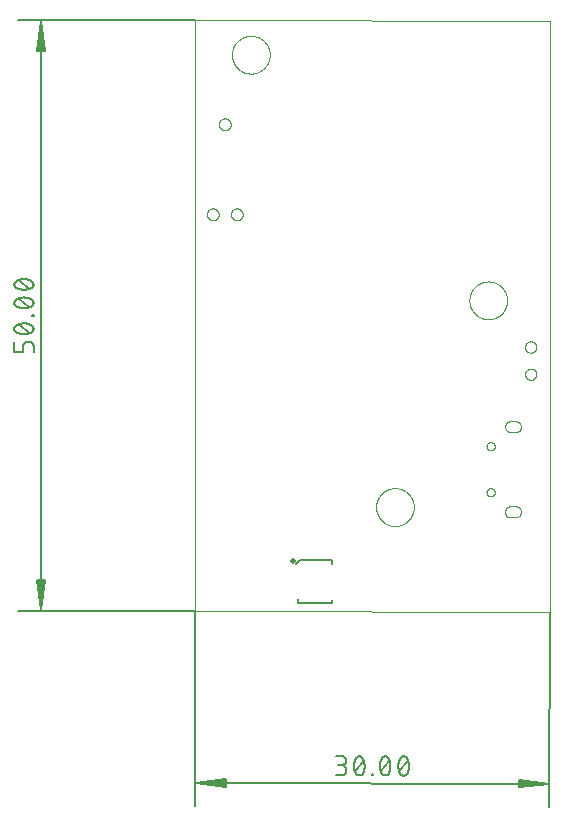
<source format=gbo>
G04 EAGLE Gerber X2 export*
%TF.Part,Single*%
%TF.FileFunction,Other,Silk bottom*%
%TF.FilePolarity,Positive*%
%TF.GenerationSoftware,Autodesk,EAGLE,9.4.2*%
%TF.CreationDate,2019-07-05T01:34:15Z*%
G75*
%MOMM*%
%FSLAX34Y34*%
%LPD*%
%INSilk bottom*%
%AMOC8*
5,1,8,0,0,1.08239X$1,22.5*%
G01*
%ADD10C,0.000000*%
%ADD11C,0.130000*%
%ADD12C,0.152400*%
%ADD13C,0.203200*%
%ADD14C,0.508000*%


D10*
X0Y0D02*
X300000Y-600D01*
X299900Y499400D01*
X0Y500000D01*
X0Y0D01*
D11*
X0Y500000D02*
X-150000Y500000D01*
X-150000Y0D02*
X0Y0D01*
X-130500Y650D02*
X-130500Y499350D01*
X-133692Y474000D01*
X-127308Y474000D01*
X-130500Y499350D01*
X-131800Y474000D01*
X-129200Y474000D02*
X-130500Y499350D01*
X-133100Y474000D01*
X-127900Y474000D02*
X-130500Y499350D01*
X-133692Y26000D02*
X-130500Y650D01*
X-133692Y26000D02*
X-127308Y26000D01*
X-130500Y650D01*
X-131800Y26000D01*
X-129200Y26000D02*
X-130500Y650D01*
X-133100Y26000D01*
X-127900Y26000D02*
X-130500Y650D01*
D12*
X-137007Y218941D02*
X-137007Y224360D01*
X-137009Y224478D01*
X-137015Y224596D01*
X-137024Y224714D01*
X-137038Y224831D01*
X-137055Y224948D01*
X-137076Y225065D01*
X-137101Y225180D01*
X-137130Y225295D01*
X-137163Y225409D01*
X-137199Y225521D01*
X-137239Y225632D01*
X-137282Y225742D01*
X-137329Y225851D01*
X-137379Y225958D01*
X-137434Y226063D01*
X-137491Y226166D01*
X-137552Y226267D01*
X-137616Y226367D01*
X-137683Y226464D01*
X-137753Y226559D01*
X-137827Y226651D01*
X-137903Y226742D01*
X-137983Y226829D01*
X-138065Y226914D01*
X-138150Y226996D01*
X-138237Y227076D01*
X-138328Y227152D01*
X-138420Y227226D01*
X-138515Y227296D01*
X-138612Y227363D01*
X-138712Y227427D01*
X-138813Y227488D01*
X-138916Y227545D01*
X-139021Y227600D01*
X-139128Y227650D01*
X-139237Y227697D01*
X-139347Y227740D01*
X-139458Y227780D01*
X-139570Y227816D01*
X-139684Y227849D01*
X-139799Y227878D01*
X-139914Y227903D01*
X-140031Y227924D01*
X-140148Y227941D01*
X-140265Y227955D01*
X-140383Y227964D01*
X-140501Y227970D01*
X-140619Y227972D01*
X-142426Y227972D01*
X-142544Y227970D01*
X-142662Y227964D01*
X-142780Y227955D01*
X-142897Y227941D01*
X-143014Y227924D01*
X-143131Y227903D01*
X-143246Y227878D01*
X-143361Y227849D01*
X-143475Y227816D01*
X-143587Y227780D01*
X-143698Y227740D01*
X-143808Y227697D01*
X-143917Y227650D01*
X-144024Y227600D01*
X-144129Y227545D01*
X-144232Y227488D01*
X-144333Y227427D01*
X-144433Y227363D01*
X-144530Y227296D01*
X-144625Y227226D01*
X-144717Y227152D01*
X-144808Y227076D01*
X-144895Y226996D01*
X-144980Y226914D01*
X-145062Y226829D01*
X-145142Y226742D01*
X-145218Y226651D01*
X-145292Y226559D01*
X-145362Y226464D01*
X-145429Y226367D01*
X-145493Y226267D01*
X-145554Y226166D01*
X-145611Y226063D01*
X-145666Y225958D01*
X-145716Y225851D01*
X-145763Y225742D01*
X-145806Y225632D01*
X-145846Y225521D01*
X-145882Y225409D01*
X-145915Y225295D01*
X-145944Y225180D01*
X-145969Y225065D01*
X-145990Y224948D01*
X-146007Y224831D01*
X-146021Y224714D01*
X-146030Y224596D01*
X-146036Y224478D01*
X-146038Y224360D01*
X-146038Y218941D01*
X-153263Y218941D01*
X-153263Y227972D01*
X-151005Y235928D02*
X-150716Y235791D01*
X-150424Y235661D01*
X-150128Y235538D01*
X-149830Y235423D01*
X-149529Y235314D01*
X-149226Y235213D01*
X-148920Y235119D01*
X-148613Y235032D01*
X-148303Y234953D01*
X-147991Y234881D01*
X-147678Y234817D01*
X-147363Y234760D01*
X-147047Y234710D01*
X-146730Y234668D01*
X-146412Y234634D01*
X-146094Y234607D01*
X-145774Y234588D01*
X-145455Y234577D01*
X-145135Y234573D01*
X-151006Y235927D02*
X-151114Y235966D01*
X-151221Y236009D01*
X-151326Y236055D01*
X-151430Y236106D01*
X-151532Y236159D01*
X-151632Y236216D01*
X-151730Y236277D01*
X-151825Y236341D01*
X-151919Y236408D01*
X-152010Y236479D01*
X-152099Y236552D01*
X-152185Y236629D01*
X-152268Y236708D01*
X-152349Y236790D01*
X-152427Y236875D01*
X-152501Y236963D01*
X-152573Y237053D01*
X-152641Y237145D01*
X-152707Y237240D01*
X-152769Y237337D01*
X-152827Y237436D01*
X-152883Y237538D01*
X-152934Y237640D01*
X-152982Y237745D01*
X-153027Y237851D01*
X-153068Y237959D01*
X-153105Y238068D01*
X-153138Y238178D01*
X-153167Y238290D01*
X-153193Y238402D01*
X-153215Y238515D01*
X-153232Y238629D01*
X-153246Y238743D01*
X-153256Y238858D01*
X-153262Y238973D01*
X-153264Y239088D01*
X-153263Y239088D02*
X-153261Y239203D01*
X-153255Y239318D01*
X-153245Y239433D01*
X-153231Y239547D01*
X-153214Y239661D01*
X-153192Y239774D01*
X-153166Y239886D01*
X-153137Y239998D01*
X-153104Y240108D01*
X-153067Y240217D01*
X-153026Y240325D01*
X-152981Y240431D01*
X-152933Y240536D01*
X-152882Y240638D01*
X-152826Y240739D01*
X-152768Y240839D01*
X-152706Y240936D01*
X-152641Y241030D01*
X-152572Y241123D01*
X-152500Y241213D01*
X-152426Y241301D01*
X-152348Y241386D01*
X-152267Y241468D01*
X-152184Y241547D01*
X-152098Y241624D01*
X-152009Y241697D01*
X-151918Y241768D01*
X-151824Y241835D01*
X-151729Y241899D01*
X-151631Y241960D01*
X-151531Y242017D01*
X-151429Y242070D01*
X-151325Y242121D01*
X-151220Y242167D01*
X-151113Y242210D01*
X-151005Y242249D01*
X-151005Y242248D02*
X-150716Y242385D01*
X-150424Y242515D01*
X-150128Y242638D01*
X-149830Y242753D01*
X-149529Y242862D01*
X-149226Y242963D01*
X-148920Y243057D01*
X-148613Y243144D01*
X-148303Y243223D01*
X-147991Y243295D01*
X-147678Y243359D01*
X-147363Y243416D01*
X-147047Y243466D01*
X-146730Y243508D01*
X-146412Y243542D01*
X-146094Y243569D01*
X-145774Y243588D01*
X-145455Y243599D01*
X-145135Y243603D01*
X-145135Y234573D02*
X-144815Y234577D01*
X-144496Y234588D01*
X-144176Y234607D01*
X-143858Y234634D01*
X-143540Y234668D01*
X-143223Y234710D01*
X-142907Y234760D01*
X-142592Y234817D01*
X-142279Y234881D01*
X-141967Y234953D01*
X-141657Y235032D01*
X-141350Y235119D01*
X-141044Y235213D01*
X-140741Y235314D01*
X-140440Y235423D01*
X-140142Y235538D01*
X-139846Y235661D01*
X-139554Y235791D01*
X-139265Y235928D01*
X-139265Y235927D02*
X-139157Y235966D01*
X-139050Y236009D01*
X-138945Y236055D01*
X-138841Y236106D01*
X-138739Y236159D01*
X-138639Y236216D01*
X-138541Y236277D01*
X-138446Y236341D01*
X-138352Y236408D01*
X-138261Y236479D01*
X-138172Y236552D01*
X-138086Y236629D01*
X-138003Y236708D01*
X-137922Y236790D01*
X-137844Y236875D01*
X-137770Y236963D01*
X-137698Y237053D01*
X-137629Y237146D01*
X-137564Y237240D01*
X-137502Y237337D01*
X-137444Y237437D01*
X-137388Y237538D01*
X-137337Y237640D01*
X-137289Y237745D01*
X-137244Y237851D01*
X-137203Y237959D01*
X-137166Y238068D01*
X-137133Y238178D01*
X-137104Y238290D01*
X-137078Y238402D01*
X-137056Y238515D01*
X-137039Y238629D01*
X-137025Y238743D01*
X-137015Y238858D01*
X-137009Y238973D01*
X-137007Y239088D01*
X-139265Y242248D02*
X-139554Y242385D01*
X-139846Y242515D01*
X-140142Y242638D01*
X-140440Y242753D01*
X-140741Y242862D01*
X-141044Y242963D01*
X-141350Y243057D01*
X-141657Y243144D01*
X-141967Y243223D01*
X-142279Y243295D01*
X-142592Y243359D01*
X-142907Y243416D01*
X-143223Y243466D01*
X-143540Y243508D01*
X-143858Y243542D01*
X-144176Y243569D01*
X-144496Y243588D01*
X-144815Y243599D01*
X-145135Y243603D01*
X-139265Y242249D02*
X-139157Y242210D01*
X-139050Y242167D01*
X-138945Y242121D01*
X-138841Y242070D01*
X-138739Y242017D01*
X-138639Y241960D01*
X-138541Y241899D01*
X-138446Y241835D01*
X-138352Y241768D01*
X-138261Y241697D01*
X-138172Y241624D01*
X-138086Y241547D01*
X-138003Y241468D01*
X-137922Y241386D01*
X-137844Y241301D01*
X-137770Y241213D01*
X-137698Y241123D01*
X-137629Y241030D01*
X-137564Y240936D01*
X-137502Y240839D01*
X-137444Y240739D01*
X-137388Y240638D01*
X-137337Y240535D01*
X-137289Y240431D01*
X-137244Y240325D01*
X-137203Y240217D01*
X-137166Y240108D01*
X-137133Y239998D01*
X-137104Y239886D01*
X-137078Y239774D01*
X-137056Y239661D01*
X-137039Y239547D01*
X-137025Y239433D01*
X-137015Y239318D01*
X-137009Y239203D01*
X-137007Y239088D01*
X-140619Y235476D02*
X-149651Y242701D01*
X-137910Y249578D02*
X-137007Y249578D01*
X-137910Y249578D02*
X-137910Y250481D01*
X-137007Y250481D01*
X-137007Y249578D01*
X-145135Y256456D02*
X-145455Y256460D01*
X-145774Y256471D01*
X-146094Y256490D01*
X-146412Y256517D01*
X-146730Y256551D01*
X-147047Y256593D01*
X-147363Y256643D01*
X-147678Y256700D01*
X-147991Y256764D01*
X-148303Y256836D01*
X-148613Y256915D01*
X-148920Y257002D01*
X-149226Y257096D01*
X-149529Y257197D01*
X-149830Y257306D01*
X-150128Y257421D01*
X-150424Y257544D01*
X-150716Y257674D01*
X-151005Y257811D01*
X-151006Y257811D02*
X-151114Y257850D01*
X-151221Y257893D01*
X-151326Y257939D01*
X-151430Y257990D01*
X-151532Y258043D01*
X-151632Y258100D01*
X-151730Y258161D01*
X-151825Y258225D01*
X-151919Y258292D01*
X-152010Y258363D01*
X-152099Y258436D01*
X-152185Y258513D01*
X-152268Y258592D01*
X-152349Y258674D01*
X-152427Y258759D01*
X-152501Y258847D01*
X-152573Y258937D01*
X-152641Y259029D01*
X-152707Y259124D01*
X-152769Y259221D01*
X-152827Y259320D01*
X-152883Y259422D01*
X-152934Y259524D01*
X-152982Y259629D01*
X-153027Y259735D01*
X-153068Y259843D01*
X-153105Y259952D01*
X-153138Y260062D01*
X-153167Y260174D01*
X-153193Y260286D01*
X-153215Y260399D01*
X-153232Y260513D01*
X-153246Y260627D01*
X-153256Y260742D01*
X-153262Y260857D01*
X-153264Y260972D01*
X-153263Y260972D02*
X-153261Y261087D01*
X-153255Y261202D01*
X-153245Y261317D01*
X-153231Y261431D01*
X-153214Y261545D01*
X-153192Y261658D01*
X-153166Y261770D01*
X-153137Y261882D01*
X-153104Y261992D01*
X-153067Y262101D01*
X-153026Y262209D01*
X-152981Y262315D01*
X-152933Y262420D01*
X-152882Y262522D01*
X-152826Y262623D01*
X-152768Y262723D01*
X-152706Y262820D01*
X-152641Y262914D01*
X-152572Y263007D01*
X-152500Y263097D01*
X-152426Y263185D01*
X-152348Y263270D01*
X-152267Y263352D01*
X-152184Y263431D01*
X-152098Y263508D01*
X-152009Y263581D01*
X-151918Y263652D01*
X-151824Y263719D01*
X-151729Y263783D01*
X-151631Y263844D01*
X-151531Y263901D01*
X-151429Y263954D01*
X-151325Y264005D01*
X-151220Y264051D01*
X-151113Y264094D01*
X-151005Y264133D01*
X-151005Y264132D02*
X-150716Y264269D01*
X-150424Y264399D01*
X-150128Y264522D01*
X-149830Y264637D01*
X-149529Y264746D01*
X-149226Y264847D01*
X-148920Y264941D01*
X-148613Y265028D01*
X-148303Y265107D01*
X-147991Y265179D01*
X-147678Y265243D01*
X-147363Y265300D01*
X-147047Y265350D01*
X-146730Y265392D01*
X-146412Y265426D01*
X-146094Y265453D01*
X-145774Y265472D01*
X-145455Y265483D01*
X-145135Y265487D01*
X-145135Y256457D02*
X-144815Y256461D01*
X-144496Y256472D01*
X-144176Y256491D01*
X-143858Y256518D01*
X-143540Y256552D01*
X-143223Y256594D01*
X-142907Y256644D01*
X-142592Y256701D01*
X-142279Y256765D01*
X-141967Y256837D01*
X-141657Y256916D01*
X-141350Y257003D01*
X-141044Y257097D01*
X-140741Y257198D01*
X-140440Y257307D01*
X-140142Y257422D01*
X-139846Y257545D01*
X-139554Y257675D01*
X-139265Y257812D01*
X-139265Y257811D02*
X-139157Y257850D01*
X-139050Y257893D01*
X-138945Y257939D01*
X-138841Y257990D01*
X-138739Y258043D01*
X-138639Y258100D01*
X-138541Y258161D01*
X-138446Y258225D01*
X-138352Y258292D01*
X-138261Y258363D01*
X-138172Y258436D01*
X-138086Y258513D01*
X-138003Y258592D01*
X-137922Y258674D01*
X-137844Y258759D01*
X-137770Y258847D01*
X-137698Y258937D01*
X-137629Y259030D01*
X-137564Y259124D01*
X-137502Y259221D01*
X-137444Y259321D01*
X-137388Y259422D01*
X-137337Y259524D01*
X-137289Y259629D01*
X-137244Y259735D01*
X-137203Y259843D01*
X-137166Y259952D01*
X-137133Y260062D01*
X-137104Y260174D01*
X-137078Y260286D01*
X-137056Y260399D01*
X-137039Y260513D01*
X-137025Y260627D01*
X-137015Y260742D01*
X-137009Y260857D01*
X-137007Y260972D01*
X-139265Y264132D02*
X-139554Y264269D01*
X-139846Y264399D01*
X-140142Y264522D01*
X-140440Y264637D01*
X-140741Y264746D01*
X-141044Y264847D01*
X-141350Y264941D01*
X-141657Y265028D01*
X-141967Y265107D01*
X-142279Y265179D01*
X-142592Y265243D01*
X-142907Y265300D01*
X-143223Y265350D01*
X-143540Y265392D01*
X-143858Y265426D01*
X-144176Y265453D01*
X-144496Y265472D01*
X-144815Y265483D01*
X-145135Y265487D01*
X-139265Y264133D02*
X-139157Y264094D01*
X-139050Y264051D01*
X-138945Y264005D01*
X-138841Y263954D01*
X-138739Y263901D01*
X-138639Y263844D01*
X-138541Y263783D01*
X-138446Y263719D01*
X-138352Y263652D01*
X-138261Y263581D01*
X-138172Y263508D01*
X-138086Y263431D01*
X-138003Y263352D01*
X-137922Y263270D01*
X-137844Y263185D01*
X-137770Y263097D01*
X-137698Y263007D01*
X-137629Y262914D01*
X-137564Y262820D01*
X-137502Y262723D01*
X-137444Y262623D01*
X-137388Y262522D01*
X-137337Y262419D01*
X-137289Y262315D01*
X-137244Y262209D01*
X-137203Y262101D01*
X-137166Y261992D01*
X-137133Y261882D01*
X-137104Y261770D01*
X-137078Y261658D01*
X-137056Y261545D01*
X-137039Y261431D01*
X-137025Y261317D01*
X-137015Y261202D01*
X-137009Y261087D01*
X-137007Y260972D01*
X-140619Y257359D02*
X-149651Y264584D01*
X-145135Y272088D02*
X-145455Y272092D01*
X-145774Y272103D01*
X-146094Y272122D01*
X-146412Y272149D01*
X-146730Y272183D01*
X-147047Y272225D01*
X-147363Y272275D01*
X-147678Y272332D01*
X-147991Y272396D01*
X-148303Y272468D01*
X-148613Y272547D01*
X-148920Y272634D01*
X-149226Y272728D01*
X-149529Y272829D01*
X-149830Y272938D01*
X-150128Y273053D01*
X-150424Y273176D01*
X-150716Y273306D01*
X-151005Y273443D01*
X-151006Y273442D02*
X-151114Y273481D01*
X-151221Y273524D01*
X-151326Y273570D01*
X-151430Y273621D01*
X-151532Y273674D01*
X-151632Y273731D01*
X-151730Y273792D01*
X-151825Y273856D01*
X-151919Y273923D01*
X-152010Y273994D01*
X-152099Y274067D01*
X-152185Y274144D01*
X-152268Y274223D01*
X-152349Y274305D01*
X-152427Y274390D01*
X-152501Y274478D01*
X-152573Y274568D01*
X-152641Y274660D01*
X-152707Y274755D01*
X-152769Y274852D01*
X-152827Y274951D01*
X-152883Y275053D01*
X-152934Y275155D01*
X-152982Y275260D01*
X-153027Y275366D01*
X-153068Y275474D01*
X-153105Y275583D01*
X-153138Y275693D01*
X-153167Y275805D01*
X-153193Y275917D01*
X-153215Y276030D01*
X-153232Y276144D01*
X-153246Y276258D01*
X-153256Y276373D01*
X-153262Y276488D01*
X-153264Y276603D01*
X-153263Y276603D02*
X-153261Y276718D01*
X-153255Y276833D01*
X-153245Y276948D01*
X-153231Y277062D01*
X-153214Y277176D01*
X-153192Y277289D01*
X-153166Y277401D01*
X-153137Y277513D01*
X-153104Y277623D01*
X-153067Y277732D01*
X-153026Y277840D01*
X-152981Y277946D01*
X-152933Y278051D01*
X-152882Y278153D01*
X-152826Y278254D01*
X-152768Y278354D01*
X-152706Y278451D01*
X-152641Y278545D01*
X-152572Y278638D01*
X-152500Y278728D01*
X-152426Y278816D01*
X-152348Y278901D01*
X-152267Y278983D01*
X-152184Y279062D01*
X-152098Y279139D01*
X-152009Y279212D01*
X-151918Y279283D01*
X-151824Y279350D01*
X-151729Y279414D01*
X-151631Y279475D01*
X-151531Y279532D01*
X-151429Y279585D01*
X-151325Y279636D01*
X-151220Y279682D01*
X-151113Y279725D01*
X-151005Y279764D01*
X-151005Y279763D02*
X-150716Y279900D01*
X-150424Y280030D01*
X-150128Y280153D01*
X-149830Y280268D01*
X-149529Y280377D01*
X-149226Y280478D01*
X-148920Y280572D01*
X-148613Y280659D01*
X-148303Y280738D01*
X-147991Y280810D01*
X-147678Y280874D01*
X-147363Y280931D01*
X-147047Y280981D01*
X-146730Y281023D01*
X-146412Y281057D01*
X-146094Y281084D01*
X-145774Y281103D01*
X-145455Y281114D01*
X-145135Y281118D01*
X-145135Y272088D02*
X-144815Y272092D01*
X-144496Y272103D01*
X-144176Y272122D01*
X-143858Y272149D01*
X-143540Y272183D01*
X-143223Y272225D01*
X-142907Y272275D01*
X-142592Y272332D01*
X-142279Y272396D01*
X-141967Y272468D01*
X-141657Y272547D01*
X-141350Y272634D01*
X-141044Y272728D01*
X-140741Y272829D01*
X-140440Y272938D01*
X-140142Y273053D01*
X-139846Y273176D01*
X-139554Y273306D01*
X-139265Y273443D01*
X-139265Y273442D02*
X-139157Y273481D01*
X-139050Y273524D01*
X-138945Y273570D01*
X-138841Y273621D01*
X-138739Y273674D01*
X-138639Y273731D01*
X-138541Y273792D01*
X-138446Y273856D01*
X-138352Y273923D01*
X-138261Y273994D01*
X-138172Y274067D01*
X-138086Y274144D01*
X-138003Y274223D01*
X-137922Y274305D01*
X-137844Y274390D01*
X-137770Y274478D01*
X-137698Y274568D01*
X-137629Y274661D01*
X-137564Y274755D01*
X-137502Y274852D01*
X-137444Y274952D01*
X-137388Y275053D01*
X-137337Y275155D01*
X-137289Y275260D01*
X-137244Y275366D01*
X-137203Y275474D01*
X-137166Y275583D01*
X-137133Y275693D01*
X-137104Y275805D01*
X-137078Y275917D01*
X-137056Y276030D01*
X-137039Y276144D01*
X-137025Y276258D01*
X-137015Y276373D01*
X-137009Y276488D01*
X-137007Y276603D01*
X-139265Y279763D02*
X-139554Y279900D01*
X-139846Y280030D01*
X-140142Y280153D01*
X-140440Y280268D01*
X-140741Y280377D01*
X-141044Y280478D01*
X-141350Y280572D01*
X-141657Y280659D01*
X-141967Y280738D01*
X-142279Y280810D01*
X-142592Y280874D01*
X-142907Y280931D01*
X-143223Y280981D01*
X-143540Y281023D01*
X-143858Y281057D01*
X-144176Y281084D01*
X-144496Y281103D01*
X-144815Y281114D01*
X-145135Y281118D01*
X-139265Y279764D02*
X-139157Y279725D01*
X-139050Y279682D01*
X-138945Y279636D01*
X-138841Y279585D01*
X-138739Y279532D01*
X-138639Y279475D01*
X-138541Y279414D01*
X-138446Y279350D01*
X-138352Y279283D01*
X-138261Y279212D01*
X-138172Y279139D01*
X-138086Y279062D01*
X-138003Y278983D01*
X-137922Y278901D01*
X-137844Y278816D01*
X-137770Y278728D01*
X-137698Y278638D01*
X-137629Y278545D01*
X-137564Y278451D01*
X-137502Y278354D01*
X-137444Y278254D01*
X-137388Y278153D01*
X-137337Y278050D01*
X-137289Y277946D01*
X-137244Y277840D01*
X-137203Y277732D01*
X-137166Y277623D01*
X-137133Y277513D01*
X-137104Y277401D01*
X-137078Y277289D01*
X-137056Y277176D01*
X-137039Y277062D01*
X-137025Y276948D01*
X-137015Y276833D01*
X-137009Y276718D01*
X-137007Y276603D01*
X-140619Y272991D02*
X-149651Y280215D01*
D11*
X0Y0D02*
X-330Y-164942D01*
X299670Y-165542D02*
X300000Y-600D01*
X299059Y-146041D02*
X359Y-145443D01*
X25715Y-142302D01*
X25703Y-148686D01*
X359Y-145443D01*
X25712Y-144194D01*
X25706Y-146794D02*
X359Y-145443D01*
X25714Y-142894D01*
X25704Y-148094D02*
X359Y-145443D01*
X273716Y-142798D02*
X299059Y-146041D01*
X273716Y-142798D02*
X273703Y-149182D01*
X299059Y-146041D01*
X273712Y-144690D01*
X273707Y-147290D02*
X299059Y-146041D01*
X273714Y-143390D01*
X273704Y-148590D02*
X299059Y-146041D01*
D12*
X123179Y-139181D02*
X118663Y-139173D01*
X123179Y-139181D02*
X123313Y-139179D01*
X123447Y-139174D01*
X123580Y-139164D01*
X123713Y-139150D01*
X123846Y-139133D01*
X123978Y-139111D01*
X124109Y-139086D01*
X124240Y-139056D01*
X124370Y-139023D01*
X124498Y-138986D01*
X124626Y-138946D01*
X124752Y-138901D01*
X124877Y-138853D01*
X125000Y-138801D01*
X125122Y-138745D01*
X125242Y-138686D01*
X125360Y-138624D01*
X125477Y-138557D01*
X125591Y-138488D01*
X125703Y-138415D01*
X125813Y-138339D01*
X125921Y-138259D01*
X126026Y-138177D01*
X126129Y-138091D01*
X126229Y-138002D01*
X126327Y-137911D01*
X126422Y-137816D01*
X126514Y-137719D01*
X126603Y-137619D01*
X126689Y-137517D01*
X126772Y-137412D01*
X126852Y-137304D01*
X126928Y-137194D01*
X127001Y-137082D01*
X127071Y-136968D01*
X127138Y-136852D01*
X127201Y-136734D01*
X127261Y-136614D01*
X127317Y-136493D01*
X127369Y-136370D01*
X127418Y-136245D01*
X127463Y-136119D01*
X127504Y-135991D01*
X127541Y-135863D01*
X127575Y-135733D01*
X127605Y-135603D01*
X127630Y-135472D01*
X127652Y-135340D01*
X127670Y-135207D01*
X127684Y-135074D01*
X127695Y-134940D01*
X127701Y-134807D01*
X127703Y-134673D01*
X127701Y-134539D01*
X127696Y-134405D01*
X127686Y-134272D01*
X127672Y-134139D01*
X127655Y-134006D01*
X127633Y-133874D01*
X127608Y-133743D01*
X127579Y-133612D01*
X127545Y-133482D01*
X127508Y-133354D01*
X127468Y-133226D01*
X127423Y-133100D01*
X127375Y-132975D01*
X127323Y-132852D01*
X127267Y-132730D01*
X127208Y-132610D01*
X127146Y-132492D01*
X127079Y-132375D01*
X127010Y-132261D01*
X126937Y-132149D01*
X126861Y-132039D01*
X126781Y-131931D01*
X126699Y-131826D01*
X126613Y-131723D01*
X126524Y-131623D01*
X126433Y-131525D01*
X126338Y-131430D01*
X126241Y-131338D01*
X126141Y-131249D01*
X126039Y-131163D01*
X125934Y-131080D01*
X125826Y-131000D01*
X125716Y-130924D01*
X125604Y-130851D01*
X125490Y-130781D01*
X125374Y-130714D01*
X125256Y-130651D01*
X125136Y-130591D01*
X125015Y-130535D01*
X124892Y-130483D01*
X124767Y-130434D01*
X124641Y-130389D01*
X124513Y-130348D01*
X124385Y-130311D01*
X124255Y-130277D01*
X124125Y-130247D01*
X123994Y-130222D01*
X123862Y-130200D01*
X123729Y-130182D01*
X123596Y-130168D01*
X123462Y-130157D01*
X123329Y-130151D01*
X123195Y-130149D01*
X124110Y-122926D02*
X118692Y-122917D01*
X124110Y-122927D02*
X124230Y-122929D01*
X124349Y-122935D01*
X124468Y-122945D01*
X124587Y-122959D01*
X124705Y-122977D01*
X124822Y-122999D01*
X124939Y-123025D01*
X125055Y-123054D01*
X125169Y-123088D01*
X125283Y-123125D01*
X125395Y-123166D01*
X125506Y-123210D01*
X125615Y-123258D01*
X125723Y-123310D01*
X125829Y-123365D01*
X125933Y-123424D01*
X126035Y-123486D01*
X126135Y-123552D01*
X126232Y-123621D01*
X126328Y-123693D01*
X126420Y-123768D01*
X126511Y-123846D01*
X126599Y-123927D01*
X126684Y-124011D01*
X126766Y-124097D01*
X126845Y-124187D01*
X126921Y-124279D01*
X126994Y-124373D01*
X127064Y-124470D01*
X127131Y-124569D01*
X127195Y-124670D01*
X127255Y-124773D01*
X127312Y-124878D01*
X127365Y-124985D01*
X127414Y-125094D01*
X127460Y-125204D01*
X127503Y-125316D01*
X127541Y-125429D01*
X127576Y-125543D01*
X127607Y-125658D01*
X127634Y-125775D01*
X127658Y-125892D01*
X127677Y-126010D01*
X127693Y-126128D01*
X127704Y-126247D01*
X127712Y-126366D01*
X127716Y-126486D01*
X127715Y-126605D01*
X127711Y-126724D01*
X127703Y-126844D01*
X127691Y-126962D01*
X127675Y-127081D01*
X127655Y-127199D01*
X127632Y-127316D01*
X127604Y-127432D01*
X127572Y-127547D01*
X127537Y-127661D01*
X127498Y-127774D01*
X127456Y-127886D01*
X127409Y-127996D01*
X127359Y-128104D01*
X127306Y-128211D01*
X127249Y-128316D01*
X127188Y-128419D01*
X127124Y-128520D01*
X127057Y-128619D01*
X126987Y-128715D01*
X126913Y-128809D01*
X126837Y-128901D01*
X126757Y-128990D01*
X126675Y-129076D01*
X126589Y-129160D01*
X126501Y-129241D01*
X126411Y-129318D01*
X126318Y-129393D01*
X126222Y-129465D01*
X126124Y-129533D01*
X126024Y-129598D01*
X125922Y-129660D01*
X125818Y-129719D01*
X125712Y-129774D01*
X125604Y-129825D01*
X125494Y-129873D01*
X125383Y-129917D01*
X125271Y-129957D01*
X125157Y-129994D01*
X125042Y-130027D01*
X124927Y-130056D01*
X124810Y-130081D01*
X124692Y-130103D01*
X124574Y-130120D01*
X124456Y-130134D01*
X124336Y-130144D01*
X124217Y-130149D01*
X124098Y-130151D01*
X120485Y-130145D01*
X134309Y-131072D02*
X134313Y-130752D01*
X134325Y-130432D01*
X134345Y-130113D01*
X134372Y-129795D01*
X134407Y-129477D01*
X134450Y-129160D01*
X134500Y-128844D01*
X134557Y-128529D01*
X134622Y-128216D01*
X134694Y-127905D01*
X134774Y-127595D01*
X134862Y-127287D01*
X134956Y-126982D01*
X135058Y-126679D01*
X135167Y-126378D01*
X135283Y-126080D01*
X135406Y-125785D01*
X135537Y-125493D01*
X135674Y-125204D01*
X135673Y-125204D02*
X135713Y-125096D01*
X135756Y-124989D01*
X135803Y-124884D01*
X135853Y-124780D01*
X135907Y-124679D01*
X135964Y-124579D01*
X136025Y-124481D01*
X136089Y-124385D01*
X136156Y-124292D01*
X136227Y-124201D01*
X136301Y-124113D01*
X136377Y-124027D01*
X136457Y-123943D01*
X136539Y-123863D01*
X136624Y-123785D01*
X136712Y-123711D01*
X136802Y-123639D01*
X136895Y-123571D01*
X136990Y-123506D01*
X137087Y-123444D01*
X137186Y-123386D01*
X137287Y-123331D01*
X137390Y-123279D01*
X137495Y-123231D01*
X137601Y-123187D01*
X137709Y-123146D01*
X137818Y-123110D01*
X137928Y-123077D01*
X138040Y-123047D01*
X138152Y-123022D01*
X138265Y-123000D01*
X138379Y-122983D01*
X138493Y-122969D01*
X138608Y-122960D01*
X138723Y-122954D01*
X138838Y-122952D01*
X138953Y-122954D01*
X139068Y-122960D01*
X139183Y-122970D01*
X139297Y-122984D01*
X139410Y-123002D01*
X139524Y-123024D01*
X139636Y-123050D01*
X139747Y-123080D01*
X139857Y-123113D01*
X139966Y-123150D01*
X140074Y-123191D01*
X140180Y-123236D01*
X140284Y-123284D01*
X140387Y-123336D01*
X140488Y-123391D01*
X140587Y-123450D01*
X140684Y-123512D01*
X140779Y-123578D01*
X140871Y-123646D01*
X140961Y-123718D01*
X141048Y-123793D01*
X141133Y-123871D01*
X141215Y-123952D01*
X141295Y-124035D01*
X141371Y-124121D01*
X141444Y-124210D01*
X141514Y-124301D01*
X141581Y-124395D01*
X141645Y-124491D01*
X141706Y-124589D01*
X141763Y-124689D01*
X141816Y-124791D01*
X141866Y-124894D01*
X141913Y-125000D01*
X141955Y-125107D01*
X141994Y-125215D01*
X141996Y-125216D02*
X142132Y-125505D01*
X142261Y-125798D01*
X142383Y-126093D01*
X142498Y-126391D01*
X142606Y-126692D01*
X142707Y-126996D01*
X142801Y-127302D01*
X142887Y-127610D01*
X142966Y-127920D01*
X143037Y-128231D01*
X143101Y-128545D01*
X143157Y-128860D01*
X143206Y-129176D01*
X143247Y-129493D01*
X143281Y-129811D01*
X143307Y-130130D01*
X143326Y-130449D01*
X143337Y-130768D01*
X143340Y-131088D01*
X134308Y-131072D02*
X134311Y-131392D01*
X134322Y-131712D01*
X134341Y-132031D01*
X134367Y-132350D01*
X134401Y-132668D01*
X134442Y-132985D01*
X134491Y-133301D01*
X134547Y-133616D01*
X134611Y-133929D01*
X134682Y-134241D01*
X134761Y-134551D01*
X134847Y-134859D01*
X134941Y-135165D01*
X135042Y-135468D01*
X135150Y-135769D01*
X135265Y-136068D01*
X135387Y-136363D01*
X135516Y-136656D01*
X135652Y-136945D01*
X135654Y-136944D02*
X135693Y-137052D01*
X135735Y-137159D01*
X135782Y-137265D01*
X135832Y-137368D01*
X135885Y-137470D01*
X135942Y-137570D01*
X136003Y-137668D01*
X136067Y-137764D01*
X136134Y-137858D01*
X136204Y-137949D01*
X136277Y-138038D01*
X136353Y-138124D01*
X136433Y-138207D01*
X136515Y-138288D01*
X136600Y-138366D01*
X136687Y-138441D01*
X136777Y-138513D01*
X136869Y-138581D01*
X136964Y-138647D01*
X137061Y-138709D01*
X137160Y-138768D01*
X137261Y-138823D01*
X137364Y-138875D01*
X137468Y-138923D01*
X137574Y-138968D01*
X137682Y-139009D01*
X137791Y-139046D01*
X137901Y-139079D01*
X138012Y-139109D01*
X138124Y-139135D01*
X138238Y-139157D01*
X138351Y-139175D01*
X138465Y-139189D01*
X138580Y-139199D01*
X138695Y-139205D01*
X138810Y-139207D01*
X141974Y-136956D02*
X142111Y-136667D01*
X142242Y-136375D01*
X142365Y-136080D01*
X142481Y-135782D01*
X142590Y-135481D01*
X142692Y-135178D01*
X142786Y-134873D01*
X142874Y-134565D01*
X142954Y-134255D01*
X143026Y-133944D01*
X143091Y-133631D01*
X143148Y-133316D01*
X143198Y-133000D01*
X143241Y-132683D01*
X143276Y-132365D01*
X143303Y-132047D01*
X143323Y-131728D01*
X143335Y-131408D01*
X143339Y-131088D01*
X141975Y-136955D02*
X141935Y-137063D01*
X141892Y-137170D01*
X141845Y-137275D01*
X141795Y-137379D01*
X141741Y-137480D01*
X141684Y-137580D01*
X141623Y-137678D01*
X141559Y-137774D01*
X141491Y-137867D01*
X141421Y-137958D01*
X141347Y-138047D01*
X141271Y-138132D01*
X141191Y-138216D01*
X141109Y-138296D01*
X141024Y-138374D01*
X140936Y-138448D01*
X140846Y-138520D01*
X140753Y-138588D01*
X140658Y-138653D01*
X140561Y-138715D01*
X140462Y-138773D01*
X140361Y-138828D01*
X140258Y-138880D01*
X140153Y-138928D01*
X140047Y-138972D01*
X139939Y-139013D01*
X139830Y-139049D01*
X139720Y-139082D01*
X139608Y-139112D01*
X139496Y-139137D01*
X139383Y-139159D01*
X139269Y-139176D01*
X139155Y-139190D01*
X139040Y-139199D01*
X138925Y-139205D01*
X138810Y-139207D01*
X135204Y-135589D02*
X142444Y-126571D01*
X149302Y-138323D02*
X149300Y-139226D01*
X149302Y-138323D02*
X150205Y-138325D01*
X150203Y-139228D01*
X149300Y-139226D01*
X156192Y-131110D02*
X156196Y-130790D01*
X156208Y-130470D01*
X156228Y-130151D01*
X156255Y-129833D01*
X156290Y-129515D01*
X156333Y-129198D01*
X156383Y-128882D01*
X156440Y-128567D01*
X156505Y-128254D01*
X156577Y-127943D01*
X156657Y-127633D01*
X156745Y-127325D01*
X156839Y-127020D01*
X156941Y-126717D01*
X157050Y-126416D01*
X157166Y-126118D01*
X157289Y-125823D01*
X157420Y-125531D01*
X157557Y-125242D01*
X157597Y-125134D01*
X157640Y-125027D01*
X157687Y-124922D01*
X157737Y-124818D01*
X157791Y-124717D01*
X157848Y-124617D01*
X157909Y-124519D01*
X157973Y-124423D01*
X158040Y-124330D01*
X158111Y-124239D01*
X158185Y-124151D01*
X158261Y-124065D01*
X158341Y-123981D01*
X158423Y-123901D01*
X158508Y-123823D01*
X158596Y-123749D01*
X158686Y-123677D01*
X158779Y-123609D01*
X158874Y-123544D01*
X158971Y-123482D01*
X159070Y-123424D01*
X159171Y-123369D01*
X159274Y-123317D01*
X159379Y-123269D01*
X159485Y-123225D01*
X159593Y-123184D01*
X159702Y-123148D01*
X159812Y-123115D01*
X159924Y-123085D01*
X160036Y-123060D01*
X160149Y-123038D01*
X160263Y-123021D01*
X160377Y-123007D01*
X160492Y-122998D01*
X160607Y-122992D01*
X160722Y-122990D01*
X160837Y-122992D01*
X160952Y-122998D01*
X161067Y-123008D01*
X161181Y-123022D01*
X161294Y-123040D01*
X161408Y-123062D01*
X161520Y-123088D01*
X161631Y-123118D01*
X161741Y-123151D01*
X161850Y-123188D01*
X161958Y-123229D01*
X162064Y-123274D01*
X162168Y-123322D01*
X162271Y-123374D01*
X162372Y-123429D01*
X162471Y-123488D01*
X162568Y-123550D01*
X162663Y-123616D01*
X162755Y-123684D01*
X162845Y-123756D01*
X162932Y-123831D01*
X163017Y-123909D01*
X163099Y-123990D01*
X163179Y-124073D01*
X163255Y-124159D01*
X163328Y-124248D01*
X163398Y-124339D01*
X163465Y-124433D01*
X163529Y-124529D01*
X163590Y-124627D01*
X163647Y-124727D01*
X163700Y-124829D01*
X163750Y-124932D01*
X163797Y-125038D01*
X163839Y-125145D01*
X163878Y-125253D01*
X163879Y-125254D02*
X164015Y-125543D01*
X164144Y-125836D01*
X164266Y-126131D01*
X164381Y-126429D01*
X164489Y-126730D01*
X164590Y-127034D01*
X164684Y-127340D01*
X164770Y-127648D01*
X164849Y-127958D01*
X164920Y-128269D01*
X164984Y-128583D01*
X165040Y-128898D01*
X165089Y-129214D01*
X165130Y-129531D01*
X165164Y-129849D01*
X165190Y-130168D01*
X165209Y-130487D01*
X165220Y-130806D01*
X165223Y-131126D01*
X156192Y-131110D02*
X156195Y-131430D01*
X156206Y-131750D01*
X156225Y-132069D01*
X156251Y-132388D01*
X156285Y-132706D01*
X156326Y-133023D01*
X156375Y-133339D01*
X156431Y-133654D01*
X156495Y-133967D01*
X156566Y-134279D01*
X156645Y-134589D01*
X156731Y-134897D01*
X156825Y-135203D01*
X156926Y-135506D01*
X157034Y-135807D01*
X157149Y-136106D01*
X157271Y-136401D01*
X157400Y-136694D01*
X157536Y-136983D01*
X157537Y-136983D02*
X157576Y-137091D01*
X157618Y-137198D01*
X157665Y-137304D01*
X157715Y-137407D01*
X157768Y-137509D01*
X157825Y-137609D01*
X157886Y-137707D01*
X157950Y-137803D01*
X158017Y-137897D01*
X158087Y-137988D01*
X158160Y-138077D01*
X158236Y-138163D01*
X158316Y-138246D01*
X158398Y-138327D01*
X158483Y-138405D01*
X158570Y-138480D01*
X158660Y-138552D01*
X158752Y-138620D01*
X158847Y-138686D01*
X158944Y-138748D01*
X159043Y-138807D01*
X159144Y-138862D01*
X159247Y-138914D01*
X159351Y-138962D01*
X159457Y-139007D01*
X159565Y-139048D01*
X159674Y-139085D01*
X159784Y-139118D01*
X159895Y-139148D01*
X160007Y-139174D01*
X160121Y-139196D01*
X160234Y-139214D01*
X160348Y-139228D01*
X160463Y-139238D01*
X160578Y-139244D01*
X160693Y-139246D01*
X163858Y-136994D02*
X163995Y-136705D01*
X164126Y-136413D01*
X164249Y-136118D01*
X164365Y-135820D01*
X164474Y-135519D01*
X164576Y-135216D01*
X164670Y-134911D01*
X164758Y-134603D01*
X164838Y-134293D01*
X164910Y-133982D01*
X164975Y-133669D01*
X165032Y-133354D01*
X165082Y-133038D01*
X165125Y-132721D01*
X165160Y-132403D01*
X165187Y-132085D01*
X165207Y-131766D01*
X165219Y-131446D01*
X165223Y-131126D01*
X163858Y-136994D02*
X163818Y-137102D01*
X163775Y-137209D01*
X163728Y-137314D01*
X163678Y-137418D01*
X163624Y-137519D01*
X163567Y-137619D01*
X163506Y-137717D01*
X163442Y-137813D01*
X163374Y-137906D01*
X163304Y-137997D01*
X163230Y-138086D01*
X163154Y-138171D01*
X163074Y-138255D01*
X162992Y-138335D01*
X162907Y-138413D01*
X162819Y-138487D01*
X162729Y-138559D01*
X162636Y-138627D01*
X162541Y-138692D01*
X162444Y-138754D01*
X162345Y-138812D01*
X162244Y-138867D01*
X162141Y-138919D01*
X162036Y-138967D01*
X161930Y-139011D01*
X161822Y-139052D01*
X161713Y-139088D01*
X161603Y-139121D01*
X161491Y-139151D01*
X161379Y-139176D01*
X161266Y-139198D01*
X161152Y-139215D01*
X161038Y-139229D01*
X160923Y-139238D01*
X160808Y-139244D01*
X160693Y-139246D01*
X157087Y-135627D02*
X164328Y-126609D01*
X171824Y-131138D02*
X171828Y-130818D01*
X171840Y-130498D01*
X171860Y-130179D01*
X171887Y-129861D01*
X171922Y-129543D01*
X171965Y-129226D01*
X172015Y-128910D01*
X172072Y-128595D01*
X172137Y-128282D01*
X172209Y-127971D01*
X172289Y-127661D01*
X172377Y-127353D01*
X172471Y-127048D01*
X172573Y-126745D01*
X172682Y-126444D01*
X172798Y-126146D01*
X172921Y-125851D01*
X173052Y-125559D01*
X173189Y-125270D01*
X173188Y-125270D02*
X173228Y-125162D01*
X173271Y-125055D01*
X173318Y-124950D01*
X173368Y-124846D01*
X173422Y-124745D01*
X173479Y-124645D01*
X173540Y-124547D01*
X173604Y-124451D01*
X173671Y-124358D01*
X173742Y-124267D01*
X173816Y-124179D01*
X173892Y-124093D01*
X173972Y-124009D01*
X174054Y-123929D01*
X174139Y-123851D01*
X174227Y-123777D01*
X174317Y-123705D01*
X174410Y-123637D01*
X174505Y-123572D01*
X174602Y-123510D01*
X174701Y-123452D01*
X174802Y-123397D01*
X174905Y-123345D01*
X175010Y-123297D01*
X175116Y-123253D01*
X175224Y-123212D01*
X175333Y-123176D01*
X175443Y-123143D01*
X175555Y-123113D01*
X175667Y-123088D01*
X175780Y-123066D01*
X175894Y-123049D01*
X176008Y-123035D01*
X176123Y-123026D01*
X176238Y-123020D01*
X176353Y-123018D01*
X176468Y-123020D01*
X176583Y-123026D01*
X176698Y-123036D01*
X176812Y-123050D01*
X176925Y-123068D01*
X177039Y-123090D01*
X177151Y-123116D01*
X177262Y-123146D01*
X177372Y-123179D01*
X177481Y-123216D01*
X177589Y-123257D01*
X177695Y-123302D01*
X177799Y-123350D01*
X177902Y-123402D01*
X178003Y-123457D01*
X178102Y-123516D01*
X178199Y-123578D01*
X178294Y-123644D01*
X178386Y-123712D01*
X178476Y-123784D01*
X178563Y-123859D01*
X178648Y-123937D01*
X178730Y-124018D01*
X178810Y-124101D01*
X178886Y-124187D01*
X178959Y-124276D01*
X179029Y-124367D01*
X179096Y-124461D01*
X179160Y-124557D01*
X179221Y-124655D01*
X179278Y-124755D01*
X179331Y-124857D01*
X179381Y-124960D01*
X179428Y-125066D01*
X179470Y-125173D01*
X179509Y-125281D01*
X179510Y-125281D02*
X179646Y-125570D01*
X179775Y-125863D01*
X179897Y-126158D01*
X180012Y-126456D01*
X180120Y-126757D01*
X180221Y-127061D01*
X180315Y-127367D01*
X180401Y-127675D01*
X180480Y-127985D01*
X180551Y-128296D01*
X180615Y-128610D01*
X180671Y-128925D01*
X180720Y-129241D01*
X180761Y-129558D01*
X180795Y-129876D01*
X180821Y-130195D01*
X180840Y-130514D01*
X180851Y-130833D01*
X180854Y-131153D01*
X171823Y-131137D02*
X171826Y-131457D01*
X171837Y-131777D01*
X171856Y-132096D01*
X171882Y-132415D01*
X171916Y-132733D01*
X171957Y-133050D01*
X172006Y-133366D01*
X172062Y-133681D01*
X172126Y-133994D01*
X172197Y-134306D01*
X172276Y-134616D01*
X172362Y-134924D01*
X172456Y-135230D01*
X172557Y-135533D01*
X172665Y-135834D01*
X172780Y-136133D01*
X172902Y-136428D01*
X173031Y-136721D01*
X173167Y-137010D01*
X173168Y-137010D02*
X173207Y-137118D01*
X173249Y-137225D01*
X173296Y-137331D01*
X173346Y-137434D01*
X173399Y-137536D01*
X173456Y-137636D01*
X173517Y-137734D01*
X173581Y-137830D01*
X173648Y-137924D01*
X173718Y-138015D01*
X173791Y-138104D01*
X173867Y-138190D01*
X173947Y-138273D01*
X174029Y-138354D01*
X174114Y-138432D01*
X174201Y-138507D01*
X174291Y-138579D01*
X174383Y-138647D01*
X174478Y-138713D01*
X174575Y-138775D01*
X174674Y-138834D01*
X174775Y-138889D01*
X174878Y-138941D01*
X174982Y-138989D01*
X175088Y-139034D01*
X175196Y-139075D01*
X175305Y-139112D01*
X175415Y-139145D01*
X175526Y-139175D01*
X175638Y-139201D01*
X175752Y-139223D01*
X175865Y-139241D01*
X175979Y-139255D01*
X176094Y-139265D01*
X176209Y-139271D01*
X176324Y-139273D01*
X179489Y-137021D02*
X179626Y-136732D01*
X179757Y-136440D01*
X179880Y-136145D01*
X179996Y-135847D01*
X180105Y-135546D01*
X180207Y-135243D01*
X180301Y-134938D01*
X180389Y-134630D01*
X180469Y-134320D01*
X180541Y-134009D01*
X180606Y-133696D01*
X180663Y-133381D01*
X180713Y-133065D01*
X180756Y-132748D01*
X180791Y-132430D01*
X180818Y-132112D01*
X180838Y-131793D01*
X180850Y-131473D01*
X180854Y-131153D01*
X179490Y-137021D02*
X179450Y-137129D01*
X179407Y-137236D01*
X179360Y-137341D01*
X179310Y-137445D01*
X179256Y-137546D01*
X179199Y-137646D01*
X179138Y-137744D01*
X179074Y-137840D01*
X179006Y-137933D01*
X178936Y-138024D01*
X178862Y-138113D01*
X178786Y-138198D01*
X178706Y-138282D01*
X178624Y-138362D01*
X178539Y-138440D01*
X178451Y-138514D01*
X178361Y-138586D01*
X178268Y-138654D01*
X178173Y-138719D01*
X178076Y-138781D01*
X177977Y-138839D01*
X177876Y-138894D01*
X177773Y-138946D01*
X177668Y-138994D01*
X177562Y-139038D01*
X177454Y-139079D01*
X177345Y-139115D01*
X177235Y-139148D01*
X177123Y-139178D01*
X177011Y-139203D01*
X176898Y-139225D01*
X176784Y-139242D01*
X176670Y-139256D01*
X176555Y-139265D01*
X176440Y-139271D01*
X176325Y-139273D01*
X172718Y-135654D02*
X179959Y-126636D01*
D10*
X31000Y471000D02*
X31005Y471393D01*
X31019Y471785D01*
X31043Y472177D01*
X31077Y472568D01*
X31120Y472959D01*
X31173Y473348D01*
X31236Y473735D01*
X31307Y474121D01*
X31389Y474506D01*
X31479Y474888D01*
X31580Y475267D01*
X31689Y475645D01*
X31808Y476019D01*
X31935Y476390D01*
X32072Y476758D01*
X32218Y477123D01*
X32373Y477484D01*
X32536Y477841D01*
X32708Y478194D01*
X32889Y478542D01*
X33079Y478886D01*
X33276Y479226D01*
X33482Y479560D01*
X33696Y479889D01*
X33919Y480213D01*
X34149Y480531D01*
X34386Y480844D01*
X34632Y481150D01*
X34885Y481451D01*
X35145Y481745D01*
X35412Y482033D01*
X35686Y482314D01*
X35967Y482588D01*
X36255Y482855D01*
X36549Y483115D01*
X36850Y483368D01*
X37156Y483614D01*
X37469Y483851D01*
X37787Y484081D01*
X38111Y484304D01*
X38440Y484518D01*
X38774Y484724D01*
X39114Y484921D01*
X39458Y485111D01*
X39806Y485292D01*
X40159Y485464D01*
X40516Y485627D01*
X40877Y485782D01*
X41242Y485928D01*
X41610Y486065D01*
X41981Y486192D01*
X42355Y486311D01*
X42733Y486420D01*
X43112Y486521D01*
X43494Y486611D01*
X43879Y486693D01*
X44265Y486764D01*
X44652Y486827D01*
X45041Y486880D01*
X45432Y486923D01*
X45823Y486957D01*
X46215Y486981D01*
X46607Y486995D01*
X47000Y487000D01*
X47393Y486995D01*
X47785Y486981D01*
X48177Y486957D01*
X48568Y486923D01*
X48959Y486880D01*
X49348Y486827D01*
X49735Y486764D01*
X50121Y486693D01*
X50506Y486611D01*
X50888Y486521D01*
X51267Y486420D01*
X51645Y486311D01*
X52019Y486192D01*
X52390Y486065D01*
X52758Y485928D01*
X53123Y485782D01*
X53484Y485627D01*
X53841Y485464D01*
X54194Y485292D01*
X54542Y485111D01*
X54886Y484921D01*
X55226Y484724D01*
X55560Y484518D01*
X55889Y484304D01*
X56213Y484081D01*
X56531Y483851D01*
X56844Y483614D01*
X57150Y483368D01*
X57451Y483115D01*
X57745Y482855D01*
X58033Y482588D01*
X58314Y482314D01*
X58588Y482033D01*
X58855Y481745D01*
X59115Y481451D01*
X59368Y481150D01*
X59614Y480844D01*
X59851Y480531D01*
X60081Y480213D01*
X60304Y479889D01*
X60518Y479560D01*
X60724Y479226D01*
X60921Y478886D01*
X61111Y478542D01*
X61292Y478194D01*
X61464Y477841D01*
X61627Y477484D01*
X61782Y477123D01*
X61928Y476758D01*
X62065Y476390D01*
X62192Y476019D01*
X62311Y475645D01*
X62420Y475267D01*
X62521Y474888D01*
X62611Y474506D01*
X62693Y474121D01*
X62764Y473735D01*
X62827Y473348D01*
X62880Y472959D01*
X62923Y472568D01*
X62957Y472177D01*
X62981Y471785D01*
X62995Y471393D01*
X63000Y471000D01*
X62995Y470607D01*
X62981Y470215D01*
X62957Y469823D01*
X62923Y469432D01*
X62880Y469041D01*
X62827Y468652D01*
X62764Y468265D01*
X62693Y467879D01*
X62611Y467494D01*
X62521Y467112D01*
X62420Y466733D01*
X62311Y466355D01*
X62192Y465981D01*
X62065Y465610D01*
X61928Y465242D01*
X61782Y464877D01*
X61627Y464516D01*
X61464Y464159D01*
X61292Y463806D01*
X61111Y463458D01*
X60921Y463114D01*
X60724Y462774D01*
X60518Y462440D01*
X60304Y462111D01*
X60081Y461787D01*
X59851Y461469D01*
X59614Y461156D01*
X59368Y460850D01*
X59115Y460549D01*
X58855Y460255D01*
X58588Y459967D01*
X58314Y459686D01*
X58033Y459412D01*
X57745Y459145D01*
X57451Y458885D01*
X57150Y458632D01*
X56844Y458386D01*
X56531Y458149D01*
X56213Y457919D01*
X55889Y457696D01*
X55560Y457482D01*
X55226Y457276D01*
X54886Y457079D01*
X54542Y456889D01*
X54194Y456708D01*
X53841Y456536D01*
X53484Y456373D01*
X53123Y456218D01*
X52758Y456072D01*
X52390Y455935D01*
X52019Y455808D01*
X51645Y455689D01*
X51267Y455580D01*
X50888Y455479D01*
X50506Y455389D01*
X50121Y455307D01*
X49735Y455236D01*
X49348Y455173D01*
X48959Y455120D01*
X48568Y455077D01*
X48177Y455043D01*
X47785Y455019D01*
X47393Y455005D01*
X47000Y455000D01*
X46607Y455005D01*
X46215Y455019D01*
X45823Y455043D01*
X45432Y455077D01*
X45041Y455120D01*
X44652Y455173D01*
X44265Y455236D01*
X43879Y455307D01*
X43494Y455389D01*
X43112Y455479D01*
X42733Y455580D01*
X42355Y455689D01*
X41981Y455808D01*
X41610Y455935D01*
X41242Y456072D01*
X40877Y456218D01*
X40516Y456373D01*
X40159Y456536D01*
X39806Y456708D01*
X39458Y456889D01*
X39114Y457079D01*
X38774Y457276D01*
X38440Y457482D01*
X38111Y457696D01*
X37787Y457919D01*
X37469Y458149D01*
X37156Y458386D01*
X36850Y458632D01*
X36549Y458885D01*
X36255Y459145D01*
X35967Y459412D01*
X35686Y459686D01*
X35412Y459967D01*
X35145Y460255D01*
X34885Y460549D01*
X34632Y460850D01*
X34386Y461156D01*
X34149Y461469D01*
X33919Y461787D01*
X33696Y462111D01*
X33482Y462440D01*
X33276Y462774D01*
X33079Y463114D01*
X32889Y463458D01*
X32708Y463806D01*
X32536Y464159D01*
X32373Y464516D01*
X32218Y464877D01*
X32072Y465242D01*
X31935Y465610D01*
X31808Y465981D01*
X31689Y466355D01*
X31580Y466733D01*
X31479Y467112D01*
X31389Y467494D01*
X31307Y467879D01*
X31236Y468265D01*
X31173Y468652D01*
X31120Y469041D01*
X31077Y469432D01*
X31043Y469823D01*
X31019Y470215D01*
X31005Y470607D01*
X31000Y471000D01*
X153000Y88000D02*
X153005Y88393D01*
X153019Y88785D01*
X153043Y89177D01*
X153077Y89568D01*
X153120Y89959D01*
X153173Y90348D01*
X153236Y90735D01*
X153307Y91121D01*
X153389Y91506D01*
X153479Y91888D01*
X153580Y92267D01*
X153689Y92645D01*
X153808Y93019D01*
X153935Y93390D01*
X154072Y93758D01*
X154218Y94123D01*
X154373Y94484D01*
X154536Y94841D01*
X154708Y95194D01*
X154889Y95542D01*
X155079Y95886D01*
X155276Y96226D01*
X155482Y96560D01*
X155696Y96889D01*
X155919Y97213D01*
X156149Y97531D01*
X156386Y97844D01*
X156632Y98150D01*
X156885Y98451D01*
X157145Y98745D01*
X157412Y99033D01*
X157686Y99314D01*
X157967Y99588D01*
X158255Y99855D01*
X158549Y100115D01*
X158850Y100368D01*
X159156Y100614D01*
X159469Y100851D01*
X159787Y101081D01*
X160111Y101304D01*
X160440Y101518D01*
X160774Y101724D01*
X161114Y101921D01*
X161458Y102111D01*
X161806Y102292D01*
X162159Y102464D01*
X162516Y102627D01*
X162877Y102782D01*
X163242Y102928D01*
X163610Y103065D01*
X163981Y103192D01*
X164355Y103311D01*
X164733Y103420D01*
X165112Y103521D01*
X165494Y103611D01*
X165879Y103693D01*
X166265Y103764D01*
X166652Y103827D01*
X167041Y103880D01*
X167432Y103923D01*
X167823Y103957D01*
X168215Y103981D01*
X168607Y103995D01*
X169000Y104000D01*
X169393Y103995D01*
X169785Y103981D01*
X170177Y103957D01*
X170568Y103923D01*
X170959Y103880D01*
X171348Y103827D01*
X171735Y103764D01*
X172121Y103693D01*
X172506Y103611D01*
X172888Y103521D01*
X173267Y103420D01*
X173645Y103311D01*
X174019Y103192D01*
X174390Y103065D01*
X174758Y102928D01*
X175123Y102782D01*
X175484Y102627D01*
X175841Y102464D01*
X176194Y102292D01*
X176542Y102111D01*
X176886Y101921D01*
X177226Y101724D01*
X177560Y101518D01*
X177889Y101304D01*
X178213Y101081D01*
X178531Y100851D01*
X178844Y100614D01*
X179150Y100368D01*
X179451Y100115D01*
X179745Y99855D01*
X180033Y99588D01*
X180314Y99314D01*
X180588Y99033D01*
X180855Y98745D01*
X181115Y98451D01*
X181368Y98150D01*
X181614Y97844D01*
X181851Y97531D01*
X182081Y97213D01*
X182304Y96889D01*
X182518Y96560D01*
X182724Y96226D01*
X182921Y95886D01*
X183111Y95542D01*
X183292Y95194D01*
X183464Y94841D01*
X183627Y94484D01*
X183782Y94123D01*
X183928Y93758D01*
X184065Y93390D01*
X184192Y93019D01*
X184311Y92645D01*
X184420Y92267D01*
X184521Y91888D01*
X184611Y91506D01*
X184693Y91121D01*
X184764Y90735D01*
X184827Y90348D01*
X184880Y89959D01*
X184923Y89568D01*
X184957Y89177D01*
X184981Y88785D01*
X184995Y88393D01*
X185000Y88000D01*
X184995Y87607D01*
X184981Y87215D01*
X184957Y86823D01*
X184923Y86432D01*
X184880Y86041D01*
X184827Y85652D01*
X184764Y85265D01*
X184693Y84879D01*
X184611Y84494D01*
X184521Y84112D01*
X184420Y83733D01*
X184311Y83355D01*
X184192Y82981D01*
X184065Y82610D01*
X183928Y82242D01*
X183782Y81877D01*
X183627Y81516D01*
X183464Y81159D01*
X183292Y80806D01*
X183111Y80458D01*
X182921Y80114D01*
X182724Y79774D01*
X182518Y79440D01*
X182304Y79111D01*
X182081Y78787D01*
X181851Y78469D01*
X181614Y78156D01*
X181368Y77850D01*
X181115Y77549D01*
X180855Y77255D01*
X180588Y76967D01*
X180314Y76686D01*
X180033Y76412D01*
X179745Y76145D01*
X179451Y75885D01*
X179150Y75632D01*
X178844Y75386D01*
X178531Y75149D01*
X178213Y74919D01*
X177889Y74696D01*
X177560Y74482D01*
X177226Y74276D01*
X176886Y74079D01*
X176542Y73889D01*
X176194Y73708D01*
X175841Y73536D01*
X175484Y73373D01*
X175123Y73218D01*
X174758Y73072D01*
X174390Y72935D01*
X174019Y72808D01*
X173645Y72689D01*
X173267Y72580D01*
X172888Y72479D01*
X172506Y72389D01*
X172121Y72307D01*
X171735Y72236D01*
X171348Y72173D01*
X170959Y72120D01*
X170568Y72077D01*
X170177Y72043D01*
X169785Y72019D01*
X169393Y72005D01*
X169000Y72000D01*
X168607Y72005D01*
X168215Y72019D01*
X167823Y72043D01*
X167432Y72077D01*
X167041Y72120D01*
X166652Y72173D01*
X166265Y72236D01*
X165879Y72307D01*
X165494Y72389D01*
X165112Y72479D01*
X164733Y72580D01*
X164355Y72689D01*
X163981Y72808D01*
X163610Y72935D01*
X163242Y73072D01*
X162877Y73218D01*
X162516Y73373D01*
X162159Y73536D01*
X161806Y73708D01*
X161458Y73889D01*
X161114Y74079D01*
X160774Y74276D01*
X160440Y74482D01*
X160111Y74696D01*
X159787Y74919D01*
X159469Y75149D01*
X159156Y75386D01*
X158850Y75632D01*
X158549Y75885D01*
X158255Y76145D01*
X157967Y76412D01*
X157686Y76686D01*
X157412Y76967D01*
X157145Y77255D01*
X156885Y77549D01*
X156632Y77850D01*
X156386Y78156D01*
X156149Y78469D01*
X155919Y78787D01*
X155696Y79111D01*
X155482Y79440D01*
X155276Y79774D01*
X155079Y80114D01*
X154889Y80458D01*
X154708Y80806D01*
X154536Y81159D01*
X154373Y81516D01*
X154218Y81877D01*
X154072Y82242D01*
X153935Y82610D01*
X153808Y82981D01*
X153689Y83355D01*
X153580Y83733D01*
X153479Y84112D01*
X153389Y84494D01*
X153307Y84879D01*
X153236Y85265D01*
X153173Y85652D01*
X153120Y86041D01*
X153077Y86432D01*
X153043Y86823D01*
X153019Y87215D01*
X153005Y87607D01*
X153000Y88000D01*
X232000Y263000D02*
X232005Y263393D01*
X232019Y263785D01*
X232043Y264177D01*
X232077Y264568D01*
X232120Y264959D01*
X232173Y265348D01*
X232236Y265735D01*
X232307Y266121D01*
X232389Y266506D01*
X232479Y266888D01*
X232580Y267267D01*
X232689Y267645D01*
X232808Y268019D01*
X232935Y268390D01*
X233072Y268758D01*
X233218Y269123D01*
X233373Y269484D01*
X233536Y269841D01*
X233708Y270194D01*
X233889Y270542D01*
X234079Y270886D01*
X234276Y271226D01*
X234482Y271560D01*
X234696Y271889D01*
X234919Y272213D01*
X235149Y272531D01*
X235386Y272844D01*
X235632Y273150D01*
X235885Y273451D01*
X236145Y273745D01*
X236412Y274033D01*
X236686Y274314D01*
X236967Y274588D01*
X237255Y274855D01*
X237549Y275115D01*
X237850Y275368D01*
X238156Y275614D01*
X238469Y275851D01*
X238787Y276081D01*
X239111Y276304D01*
X239440Y276518D01*
X239774Y276724D01*
X240114Y276921D01*
X240458Y277111D01*
X240806Y277292D01*
X241159Y277464D01*
X241516Y277627D01*
X241877Y277782D01*
X242242Y277928D01*
X242610Y278065D01*
X242981Y278192D01*
X243355Y278311D01*
X243733Y278420D01*
X244112Y278521D01*
X244494Y278611D01*
X244879Y278693D01*
X245265Y278764D01*
X245652Y278827D01*
X246041Y278880D01*
X246432Y278923D01*
X246823Y278957D01*
X247215Y278981D01*
X247607Y278995D01*
X248000Y279000D01*
X248393Y278995D01*
X248785Y278981D01*
X249177Y278957D01*
X249568Y278923D01*
X249959Y278880D01*
X250348Y278827D01*
X250735Y278764D01*
X251121Y278693D01*
X251506Y278611D01*
X251888Y278521D01*
X252267Y278420D01*
X252645Y278311D01*
X253019Y278192D01*
X253390Y278065D01*
X253758Y277928D01*
X254123Y277782D01*
X254484Y277627D01*
X254841Y277464D01*
X255194Y277292D01*
X255542Y277111D01*
X255886Y276921D01*
X256226Y276724D01*
X256560Y276518D01*
X256889Y276304D01*
X257213Y276081D01*
X257531Y275851D01*
X257844Y275614D01*
X258150Y275368D01*
X258451Y275115D01*
X258745Y274855D01*
X259033Y274588D01*
X259314Y274314D01*
X259588Y274033D01*
X259855Y273745D01*
X260115Y273451D01*
X260368Y273150D01*
X260614Y272844D01*
X260851Y272531D01*
X261081Y272213D01*
X261304Y271889D01*
X261518Y271560D01*
X261724Y271226D01*
X261921Y270886D01*
X262111Y270542D01*
X262292Y270194D01*
X262464Y269841D01*
X262627Y269484D01*
X262782Y269123D01*
X262928Y268758D01*
X263065Y268390D01*
X263192Y268019D01*
X263311Y267645D01*
X263420Y267267D01*
X263521Y266888D01*
X263611Y266506D01*
X263693Y266121D01*
X263764Y265735D01*
X263827Y265348D01*
X263880Y264959D01*
X263923Y264568D01*
X263957Y264177D01*
X263981Y263785D01*
X263995Y263393D01*
X264000Y263000D01*
X263995Y262607D01*
X263981Y262215D01*
X263957Y261823D01*
X263923Y261432D01*
X263880Y261041D01*
X263827Y260652D01*
X263764Y260265D01*
X263693Y259879D01*
X263611Y259494D01*
X263521Y259112D01*
X263420Y258733D01*
X263311Y258355D01*
X263192Y257981D01*
X263065Y257610D01*
X262928Y257242D01*
X262782Y256877D01*
X262627Y256516D01*
X262464Y256159D01*
X262292Y255806D01*
X262111Y255458D01*
X261921Y255114D01*
X261724Y254774D01*
X261518Y254440D01*
X261304Y254111D01*
X261081Y253787D01*
X260851Y253469D01*
X260614Y253156D01*
X260368Y252850D01*
X260115Y252549D01*
X259855Y252255D01*
X259588Y251967D01*
X259314Y251686D01*
X259033Y251412D01*
X258745Y251145D01*
X258451Y250885D01*
X258150Y250632D01*
X257844Y250386D01*
X257531Y250149D01*
X257213Y249919D01*
X256889Y249696D01*
X256560Y249482D01*
X256226Y249276D01*
X255886Y249079D01*
X255542Y248889D01*
X255194Y248708D01*
X254841Y248536D01*
X254484Y248373D01*
X254123Y248218D01*
X253758Y248072D01*
X253390Y247935D01*
X253019Y247808D01*
X252645Y247689D01*
X252267Y247580D01*
X251888Y247479D01*
X251506Y247389D01*
X251121Y247307D01*
X250735Y247236D01*
X250348Y247173D01*
X249959Y247120D01*
X249568Y247077D01*
X249177Y247043D01*
X248785Y247019D01*
X248393Y247005D01*
X248000Y247000D01*
X247607Y247005D01*
X247215Y247019D01*
X246823Y247043D01*
X246432Y247077D01*
X246041Y247120D01*
X245652Y247173D01*
X245265Y247236D01*
X244879Y247307D01*
X244494Y247389D01*
X244112Y247479D01*
X243733Y247580D01*
X243355Y247689D01*
X242981Y247808D01*
X242610Y247935D01*
X242242Y248072D01*
X241877Y248218D01*
X241516Y248373D01*
X241159Y248536D01*
X240806Y248708D01*
X240458Y248889D01*
X240114Y249079D01*
X239774Y249276D01*
X239440Y249482D01*
X239111Y249696D01*
X238787Y249919D01*
X238469Y250149D01*
X238156Y250386D01*
X237850Y250632D01*
X237549Y250885D01*
X237255Y251145D01*
X236967Y251412D01*
X236686Y251686D01*
X236412Y251967D01*
X236145Y252255D01*
X235885Y252549D01*
X235632Y252850D01*
X235386Y253156D01*
X235149Y253469D01*
X234919Y253787D01*
X234696Y254111D01*
X234482Y254440D01*
X234276Y254774D01*
X234079Y255114D01*
X233889Y255458D01*
X233708Y255806D01*
X233536Y256159D01*
X233373Y256516D01*
X233218Y256877D01*
X233072Y257242D01*
X232935Y257610D01*
X232808Y257981D01*
X232689Y258355D01*
X232580Y258733D01*
X232479Y259112D01*
X232389Y259494D01*
X232307Y259879D01*
X232236Y260265D01*
X232173Y260652D01*
X232120Y261041D01*
X232077Y261432D01*
X232043Y261823D01*
X232019Y262215D01*
X232005Y262607D01*
X232000Y263000D01*
D13*
X86530Y9900D02*
X86530Y6630D01*
X115435Y6630D01*
X115435Y9630D01*
X85195Y39775D02*
X88530Y43170D01*
X115435Y43170D01*
X115435Y39900D01*
D14*
X82385Y42045D03*
D10*
X262500Y83000D02*
X262502Y82883D01*
X262508Y82766D01*
X262518Y82650D01*
X262531Y82533D01*
X262549Y82418D01*
X262570Y82303D01*
X262595Y82189D01*
X262624Y82075D01*
X262657Y81963D01*
X262694Y81852D01*
X262734Y81742D01*
X262778Y81634D01*
X262825Y81527D01*
X262876Y81421D01*
X262931Y81318D01*
X262989Y81216D01*
X263050Y81117D01*
X263114Y81019D01*
X263182Y80924D01*
X263253Y80831D01*
X263327Y80740D01*
X263404Y80652D01*
X263484Y80567D01*
X263567Y80484D01*
X263652Y80404D01*
X263740Y80327D01*
X263831Y80253D01*
X263924Y80182D01*
X264019Y80114D01*
X264117Y80050D01*
X264216Y79989D01*
X264318Y79931D01*
X264421Y79876D01*
X264527Y79825D01*
X264634Y79778D01*
X264742Y79734D01*
X264852Y79694D01*
X264963Y79657D01*
X265075Y79624D01*
X265189Y79595D01*
X265303Y79570D01*
X265418Y79549D01*
X265533Y79531D01*
X265650Y79518D01*
X265766Y79508D01*
X265883Y79502D01*
X266000Y79500D01*
X262500Y83000D02*
X262500Y85000D01*
X262502Y85117D01*
X262508Y85234D01*
X262518Y85350D01*
X262531Y85467D01*
X262549Y85582D01*
X262570Y85697D01*
X262595Y85811D01*
X262624Y85925D01*
X262657Y86037D01*
X262694Y86148D01*
X262734Y86258D01*
X262778Y86366D01*
X262825Y86473D01*
X262876Y86579D01*
X262931Y86682D01*
X262989Y86784D01*
X263050Y86883D01*
X263114Y86981D01*
X263182Y87076D01*
X263253Y87169D01*
X263327Y87260D01*
X263404Y87348D01*
X263484Y87433D01*
X263567Y87516D01*
X263652Y87596D01*
X263740Y87673D01*
X263831Y87747D01*
X263924Y87818D01*
X264019Y87886D01*
X264117Y87950D01*
X264216Y88011D01*
X264318Y88069D01*
X264421Y88124D01*
X264527Y88175D01*
X264634Y88222D01*
X264742Y88266D01*
X264852Y88306D01*
X264963Y88343D01*
X265075Y88376D01*
X265189Y88405D01*
X265303Y88430D01*
X265418Y88451D01*
X265533Y88469D01*
X265650Y88482D01*
X265766Y88492D01*
X265883Y88498D01*
X266000Y88500D01*
X271500Y88500D01*
X271620Y88506D01*
X271741Y88508D01*
X271861Y88506D01*
X271982Y88501D01*
X272102Y88492D01*
X272221Y88478D01*
X272341Y88461D01*
X272459Y88440D01*
X272577Y88416D01*
X272694Y88387D01*
X272810Y88355D01*
X272925Y88319D01*
X273039Y88280D01*
X273152Y88237D01*
X273263Y88190D01*
X273372Y88140D01*
X273480Y88086D01*
X273586Y88029D01*
X273690Y87968D01*
X273792Y87905D01*
X273892Y87837D01*
X273990Y87767D01*
X274086Y87694D01*
X274179Y87617D01*
X274270Y87538D01*
X274358Y87456D01*
X274443Y87371D01*
X274526Y87283D01*
X274606Y87193D01*
X274682Y87100D01*
X274756Y87005D01*
X274827Y86908D01*
X274894Y86808D01*
X274959Y86706D01*
X275020Y86602D01*
X275078Y86496D01*
X275132Y86389D01*
X275183Y86280D01*
X275230Y86169D01*
X275274Y86057D01*
X275314Y85943D01*
X275350Y85828D01*
X275383Y85712D01*
X275412Y85595D01*
X275437Y85477D01*
X275458Y85359D01*
X275476Y85240D01*
X275490Y85120D01*
X275500Y85000D01*
X275500Y83000D01*
X275490Y82880D01*
X275476Y82760D01*
X275458Y82641D01*
X275437Y82523D01*
X275412Y82405D01*
X275383Y82288D01*
X275350Y82172D01*
X275314Y82057D01*
X275274Y81943D01*
X275230Y81831D01*
X275183Y81720D01*
X275132Y81611D01*
X275078Y81504D01*
X275020Y81398D01*
X274959Y81294D01*
X274894Y81192D01*
X274827Y81092D01*
X274756Y80995D01*
X274682Y80900D01*
X274606Y80807D01*
X274526Y80717D01*
X274443Y80629D01*
X274358Y80544D01*
X274270Y80462D01*
X274179Y80383D01*
X274086Y80306D01*
X273990Y80233D01*
X273892Y80163D01*
X273792Y80095D01*
X273690Y80032D01*
X273586Y79971D01*
X273480Y79914D01*
X273372Y79860D01*
X273263Y79810D01*
X273152Y79763D01*
X273039Y79720D01*
X272925Y79681D01*
X272810Y79645D01*
X272694Y79613D01*
X272577Y79584D01*
X272459Y79560D01*
X272341Y79539D01*
X272221Y79522D01*
X272102Y79508D01*
X271982Y79499D01*
X271861Y79494D01*
X271741Y79492D01*
X271620Y79494D01*
X271500Y79500D01*
X266000Y79500D01*
X275500Y156000D02*
X275513Y156123D01*
X275523Y156247D01*
X275529Y156371D01*
X275531Y156495D01*
X275529Y156619D01*
X275524Y156744D01*
X275514Y156867D01*
X275501Y156991D01*
X275484Y157114D01*
X275463Y157236D01*
X275439Y157358D01*
X275410Y157479D01*
X275378Y157599D01*
X275343Y157718D01*
X275303Y157835D01*
X275260Y157952D01*
X275214Y158067D01*
X275164Y158181D01*
X275110Y158293D01*
X275054Y158403D01*
X274993Y158511D01*
X274930Y158618D01*
X274863Y158723D01*
X274793Y158825D01*
X274720Y158926D01*
X274643Y159024D01*
X274564Y159119D01*
X274482Y159212D01*
X274397Y159303D01*
X274309Y159391D01*
X274219Y159476D01*
X274126Y159558D01*
X274031Y159638D01*
X273933Y159714D01*
X273833Y159787D01*
X273730Y159858D01*
X273626Y159925D01*
X273520Y159989D01*
X273411Y160049D01*
X273301Y160106D01*
X273189Y160160D01*
X273076Y160210D01*
X272961Y160257D01*
X272844Y160300D01*
X272726Y160340D01*
X272608Y160376D01*
X272488Y160408D01*
X272367Y160437D01*
X272245Y160462D01*
X272123Y160483D01*
X272000Y160500D01*
X275500Y156000D02*
X275513Y155877D01*
X275523Y155753D01*
X275529Y155629D01*
X275531Y155505D01*
X275529Y155381D01*
X275524Y155256D01*
X275514Y155133D01*
X275501Y155009D01*
X275484Y154886D01*
X275463Y154764D01*
X275439Y154642D01*
X275410Y154521D01*
X275378Y154401D01*
X275343Y154282D01*
X275303Y154165D01*
X275260Y154048D01*
X275214Y153933D01*
X275164Y153819D01*
X275110Y153707D01*
X275054Y153597D01*
X274993Y153489D01*
X274930Y153382D01*
X274863Y153277D01*
X274793Y153175D01*
X274720Y153074D01*
X274643Y152976D01*
X274564Y152881D01*
X274482Y152788D01*
X274397Y152697D01*
X274309Y152609D01*
X274219Y152524D01*
X274126Y152442D01*
X274031Y152362D01*
X273933Y152286D01*
X273833Y152213D01*
X273730Y152142D01*
X273626Y152075D01*
X273520Y152011D01*
X273411Y151951D01*
X273301Y151894D01*
X273189Y151840D01*
X273076Y151790D01*
X272961Y151743D01*
X272844Y151700D01*
X272726Y151660D01*
X272608Y151624D01*
X272488Y151592D01*
X272367Y151563D01*
X272245Y151538D01*
X272123Y151517D01*
X272000Y151500D01*
X272000Y160500D02*
X266000Y160500D01*
X265875Y160482D01*
X265750Y160461D01*
X265626Y160435D01*
X265503Y160406D01*
X265380Y160372D01*
X265259Y160335D01*
X265140Y160294D01*
X265021Y160250D01*
X264904Y160202D01*
X264788Y160150D01*
X264675Y160094D01*
X264563Y160035D01*
X264453Y159972D01*
X264345Y159906D01*
X264239Y159837D01*
X264135Y159764D01*
X264034Y159688D01*
X263935Y159609D01*
X263838Y159527D01*
X263744Y159442D01*
X263653Y159354D01*
X263565Y159263D01*
X263480Y159170D01*
X263397Y159074D01*
X263318Y158975D01*
X263242Y158874D01*
X263169Y158770D01*
X263099Y158664D01*
X263033Y158556D01*
X262970Y158447D01*
X262911Y158335D01*
X262855Y158221D01*
X262803Y158106D01*
X262754Y157989D01*
X262709Y157870D01*
X262668Y157751D01*
X262631Y157630D01*
X262597Y157508D01*
X262567Y157384D01*
X262541Y157261D01*
X262519Y157136D01*
X262501Y157010D01*
X262487Y156885D01*
X262477Y156758D01*
X262471Y156632D01*
X262469Y156505D01*
X262471Y156379D01*
X262477Y156252D01*
X262486Y156126D01*
X262500Y156000D01*
X262486Y155874D01*
X262477Y155748D01*
X262471Y155621D01*
X262469Y155495D01*
X262471Y155368D01*
X262477Y155242D01*
X262487Y155115D01*
X262501Y154990D01*
X262519Y154864D01*
X262541Y154739D01*
X262567Y154616D01*
X262597Y154492D01*
X262631Y154370D01*
X262668Y154249D01*
X262709Y154130D01*
X262754Y154011D01*
X262803Y153894D01*
X262855Y153779D01*
X262911Y153665D01*
X262970Y153553D01*
X263033Y153444D01*
X263099Y153336D01*
X263169Y153230D01*
X263242Y153126D01*
X263318Y153025D01*
X263397Y152926D01*
X263480Y152830D01*
X263565Y152737D01*
X263653Y152646D01*
X263744Y152558D01*
X263838Y152473D01*
X263935Y152391D01*
X264034Y152312D01*
X264135Y152236D01*
X264239Y152163D01*
X264345Y152094D01*
X264453Y152028D01*
X264563Y151965D01*
X264675Y151906D01*
X264788Y151850D01*
X264904Y151798D01*
X265021Y151750D01*
X265140Y151706D01*
X265259Y151665D01*
X265380Y151628D01*
X265503Y151594D01*
X265626Y151565D01*
X265750Y151539D01*
X265875Y151518D01*
X266000Y151500D01*
X272000Y151500D01*
X246500Y100500D02*
X246502Y100618D01*
X246508Y100736D01*
X246518Y100854D01*
X246532Y100971D01*
X246550Y101088D01*
X246572Y101205D01*
X246597Y101320D01*
X246627Y101434D01*
X246661Y101548D01*
X246698Y101660D01*
X246739Y101771D01*
X246784Y101880D01*
X246832Y101988D01*
X246884Y102094D01*
X246940Y102199D01*
X246999Y102301D01*
X247061Y102401D01*
X247127Y102499D01*
X247196Y102595D01*
X247269Y102689D01*
X247344Y102780D01*
X247423Y102868D01*
X247504Y102954D01*
X247589Y103037D01*
X247676Y103117D01*
X247765Y103194D01*
X247858Y103268D01*
X247952Y103338D01*
X248049Y103406D01*
X248149Y103470D01*
X248250Y103531D01*
X248353Y103588D01*
X248459Y103642D01*
X248566Y103693D01*
X248674Y103739D01*
X248784Y103782D01*
X248896Y103821D01*
X249009Y103857D01*
X249123Y103888D01*
X249238Y103916D01*
X249353Y103940D01*
X249470Y103960D01*
X249587Y103976D01*
X249705Y103988D01*
X249823Y103996D01*
X249941Y104000D01*
X250059Y104000D01*
X250177Y103996D01*
X250295Y103988D01*
X250413Y103976D01*
X250530Y103960D01*
X250647Y103940D01*
X250762Y103916D01*
X250877Y103888D01*
X250991Y103857D01*
X251104Y103821D01*
X251216Y103782D01*
X251326Y103739D01*
X251434Y103693D01*
X251541Y103642D01*
X251647Y103588D01*
X251750Y103531D01*
X251851Y103470D01*
X251951Y103406D01*
X252048Y103338D01*
X252142Y103268D01*
X252235Y103194D01*
X252324Y103117D01*
X252411Y103037D01*
X252496Y102954D01*
X252577Y102868D01*
X252656Y102780D01*
X252731Y102689D01*
X252804Y102595D01*
X252873Y102499D01*
X252939Y102401D01*
X253001Y102301D01*
X253060Y102199D01*
X253116Y102094D01*
X253168Y101988D01*
X253216Y101880D01*
X253261Y101771D01*
X253302Y101660D01*
X253339Y101548D01*
X253373Y101434D01*
X253403Y101320D01*
X253428Y101205D01*
X253450Y101088D01*
X253468Y100971D01*
X253482Y100854D01*
X253492Y100736D01*
X253498Y100618D01*
X253500Y100500D01*
X253498Y100382D01*
X253492Y100264D01*
X253482Y100146D01*
X253468Y100029D01*
X253450Y99912D01*
X253428Y99795D01*
X253403Y99680D01*
X253373Y99566D01*
X253339Y99452D01*
X253302Y99340D01*
X253261Y99229D01*
X253216Y99120D01*
X253168Y99012D01*
X253116Y98906D01*
X253060Y98801D01*
X253001Y98699D01*
X252939Y98599D01*
X252873Y98501D01*
X252804Y98405D01*
X252731Y98311D01*
X252656Y98220D01*
X252577Y98132D01*
X252496Y98046D01*
X252411Y97963D01*
X252324Y97883D01*
X252235Y97806D01*
X252142Y97732D01*
X252048Y97662D01*
X251951Y97594D01*
X251851Y97530D01*
X251750Y97469D01*
X251647Y97412D01*
X251541Y97358D01*
X251434Y97307D01*
X251326Y97261D01*
X251216Y97218D01*
X251104Y97179D01*
X250991Y97143D01*
X250877Y97112D01*
X250762Y97084D01*
X250647Y97060D01*
X250530Y97040D01*
X250413Y97024D01*
X250295Y97012D01*
X250177Y97004D01*
X250059Y97000D01*
X249941Y97000D01*
X249823Y97004D01*
X249705Y97012D01*
X249587Y97024D01*
X249470Y97040D01*
X249353Y97060D01*
X249238Y97084D01*
X249123Y97112D01*
X249009Y97143D01*
X248896Y97179D01*
X248784Y97218D01*
X248674Y97261D01*
X248566Y97307D01*
X248459Y97358D01*
X248353Y97412D01*
X248250Y97469D01*
X248149Y97530D01*
X248049Y97594D01*
X247952Y97662D01*
X247858Y97732D01*
X247765Y97806D01*
X247676Y97883D01*
X247589Y97963D01*
X247504Y98046D01*
X247423Y98132D01*
X247344Y98220D01*
X247269Y98311D01*
X247196Y98405D01*
X247127Y98501D01*
X247061Y98599D01*
X246999Y98699D01*
X246940Y98801D01*
X246884Y98906D01*
X246832Y99012D01*
X246784Y99120D01*
X246739Y99229D01*
X246698Y99340D01*
X246661Y99452D01*
X246627Y99566D01*
X246597Y99680D01*
X246572Y99795D01*
X246550Y99912D01*
X246532Y100029D01*
X246518Y100146D01*
X246508Y100264D01*
X246502Y100382D01*
X246500Y100500D01*
X246500Y139500D02*
X246502Y139618D01*
X246508Y139736D01*
X246518Y139854D01*
X246532Y139971D01*
X246550Y140088D01*
X246572Y140205D01*
X246597Y140320D01*
X246627Y140434D01*
X246661Y140548D01*
X246698Y140660D01*
X246739Y140771D01*
X246784Y140880D01*
X246832Y140988D01*
X246884Y141094D01*
X246940Y141199D01*
X246999Y141301D01*
X247061Y141401D01*
X247127Y141499D01*
X247196Y141595D01*
X247269Y141689D01*
X247344Y141780D01*
X247423Y141868D01*
X247504Y141954D01*
X247589Y142037D01*
X247676Y142117D01*
X247765Y142194D01*
X247858Y142268D01*
X247952Y142338D01*
X248049Y142406D01*
X248149Y142470D01*
X248250Y142531D01*
X248353Y142588D01*
X248459Y142642D01*
X248566Y142693D01*
X248674Y142739D01*
X248784Y142782D01*
X248896Y142821D01*
X249009Y142857D01*
X249123Y142888D01*
X249238Y142916D01*
X249353Y142940D01*
X249470Y142960D01*
X249587Y142976D01*
X249705Y142988D01*
X249823Y142996D01*
X249941Y143000D01*
X250059Y143000D01*
X250177Y142996D01*
X250295Y142988D01*
X250413Y142976D01*
X250530Y142960D01*
X250647Y142940D01*
X250762Y142916D01*
X250877Y142888D01*
X250991Y142857D01*
X251104Y142821D01*
X251216Y142782D01*
X251326Y142739D01*
X251434Y142693D01*
X251541Y142642D01*
X251647Y142588D01*
X251750Y142531D01*
X251851Y142470D01*
X251951Y142406D01*
X252048Y142338D01*
X252142Y142268D01*
X252235Y142194D01*
X252324Y142117D01*
X252411Y142037D01*
X252496Y141954D01*
X252577Y141868D01*
X252656Y141780D01*
X252731Y141689D01*
X252804Y141595D01*
X252873Y141499D01*
X252939Y141401D01*
X253001Y141301D01*
X253060Y141199D01*
X253116Y141094D01*
X253168Y140988D01*
X253216Y140880D01*
X253261Y140771D01*
X253302Y140660D01*
X253339Y140548D01*
X253373Y140434D01*
X253403Y140320D01*
X253428Y140205D01*
X253450Y140088D01*
X253468Y139971D01*
X253482Y139854D01*
X253492Y139736D01*
X253498Y139618D01*
X253500Y139500D01*
X253498Y139382D01*
X253492Y139264D01*
X253482Y139146D01*
X253468Y139029D01*
X253450Y138912D01*
X253428Y138795D01*
X253403Y138680D01*
X253373Y138566D01*
X253339Y138452D01*
X253302Y138340D01*
X253261Y138229D01*
X253216Y138120D01*
X253168Y138012D01*
X253116Y137906D01*
X253060Y137801D01*
X253001Y137699D01*
X252939Y137599D01*
X252873Y137501D01*
X252804Y137405D01*
X252731Y137311D01*
X252656Y137220D01*
X252577Y137132D01*
X252496Y137046D01*
X252411Y136963D01*
X252324Y136883D01*
X252235Y136806D01*
X252142Y136732D01*
X252048Y136662D01*
X251951Y136594D01*
X251851Y136530D01*
X251750Y136469D01*
X251647Y136412D01*
X251541Y136358D01*
X251434Y136307D01*
X251326Y136261D01*
X251216Y136218D01*
X251104Y136179D01*
X250991Y136143D01*
X250877Y136112D01*
X250762Y136084D01*
X250647Y136060D01*
X250530Y136040D01*
X250413Y136024D01*
X250295Y136012D01*
X250177Y136004D01*
X250059Y136000D01*
X249941Y136000D01*
X249823Y136004D01*
X249705Y136012D01*
X249587Y136024D01*
X249470Y136040D01*
X249353Y136060D01*
X249238Y136084D01*
X249123Y136112D01*
X249009Y136143D01*
X248896Y136179D01*
X248784Y136218D01*
X248674Y136261D01*
X248566Y136307D01*
X248459Y136358D01*
X248353Y136412D01*
X248250Y136469D01*
X248149Y136530D01*
X248049Y136594D01*
X247952Y136662D01*
X247858Y136732D01*
X247765Y136806D01*
X247676Y136883D01*
X247589Y136963D01*
X247504Y137046D01*
X247423Y137132D01*
X247344Y137220D01*
X247269Y137311D01*
X247196Y137405D01*
X247127Y137501D01*
X247061Y137599D01*
X246999Y137699D01*
X246940Y137801D01*
X246884Y137906D01*
X246832Y138012D01*
X246784Y138120D01*
X246739Y138229D01*
X246698Y138340D01*
X246661Y138452D01*
X246627Y138566D01*
X246597Y138680D01*
X246572Y138795D01*
X246550Y138912D01*
X246532Y139029D01*
X246518Y139146D01*
X246508Y139264D01*
X246502Y139382D01*
X246500Y139500D01*
X20047Y412100D02*
X20049Y412240D01*
X20055Y412380D01*
X20065Y412520D01*
X20079Y412660D01*
X20097Y412799D01*
X20118Y412937D01*
X20144Y413075D01*
X20173Y413212D01*
X20207Y413348D01*
X20244Y413483D01*
X20285Y413617D01*
X20330Y413750D01*
X20378Y413882D01*
X20431Y414012D01*
X20487Y414140D01*
X20546Y414267D01*
X20609Y414392D01*
X20676Y414516D01*
X20746Y414637D01*
X20820Y414756D01*
X20896Y414874D01*
X20977Y414989D01*
X21060Y415101D01*
X21146Y415212D01*
X21236Y415319D01*
X21329Y415425D01*
X21424Y415527D01*
X21523Y415627D01*
X21624Y415724D01*
X21728Y415818D01*
X21834Y415909D01*
X21943Y415997D01*
X22055Y416082D01*
X22169Y416164D01*
X22285Y416242D01*
X22403Y416318D01*
X22524Y416389D01*
X22646Y416458D01*
X22770Y416523D01*
X22896Y416584D01*
X23024Y416642D01*
X23153Y416696D01*
X23284Y416746D01*
X23416Y416793D01*
X23550Y416836D01*
X23684Y416875D01*
X23820Y416910D01*
X23957Y416942D01*
X24094Y416969D01*
X24232Y416993D01*
X24371Y417013D01*
X24510Y417029D01*
X24650Y417041D01*
X24790Y417049D01*
X24930Y417053D01*
X25070Y417053D01*
X25210Y417049D01*
X25350Y417041D01*
X25490Y417029D01*
X25629Y417013D01*
X25768Y416993D01*
X25906Y416969D01*
X26043Y416942D01*
X26180Y416910D01*
X26316Y416875D01*
X26450Y416836D01*
X26584Y416793D01*
X26716Y416746D01*
X26847Y416696D01*
X26976Y416642D01*
X27104Y416584D01*
X27230Y416523D01*
X27354Y416458D01*
X27477Y416389D01*
X27597Y416318D01*
X27715Y416242D01*
X27831Y416164D01*
X27945Y416082D01*
X28057Y415997D01*
X28166Y415909D01*
X28272Y415818D01*
X28376Y415724D01*
X28477Y415627D01*
X28576Y415527D01*
X28671Y415425D01*
X28764Y415319D01*
X28854Y415212D01*
X28940Y415101D01*
X29023Y414989D01*
X29104Y414874D01*
X29180Y414756D01*
X29254Y414637D01*
X29324Y414516D01*
X29391Y414392D01*
X29454Y414267D01*
X29513Y414140D01*
X29569Y414012D01*
X29622Y413882D01*
X29670Y413750D01*
X29715Y413617D01*
X29756Y413483D01*
X29793Y413348D01*
X29827Y413212D01*
X29856Y413075D01*
X29882Y412937D01*
X29903Y412799D01*
X29921Y412660D01*
X29935Y412520D01*
X29945Y412380D01*
X29951Y412240D01*
X29953Y412100D01*
X29951Y411960D01*
X29945Y411820D01*
X29935Y411680D01*
X29921Y411540D01*
X29903Y411401D01*
X29882Y411263D01*
X29856Y411125D01*
X29827Y410988D01*
X29793Y410852D01*
X29756Y410717D01*
X29715Y410583D01*
X29670Y410450D01*
X29622Y410318D01*
X29569Y410188D01*
X29513Y410060D01*
X29454Y409933D01*
X29391Y409808D01*
X29324Y409684D01*
X29254Y409563D01*
X29180Y409444D01*
X29104Y409326D01*
X29023Y409211D01*
X28940Y409099D01*
X28854Y408988D01*
X28764Y408881D01*
X28671Y408775D01*
X28576Y408673D01*
X28477Y408573D01*
X28376Y408476D01*
X28272Y408382D01*
X28166Y408291D01*
X28057Y408203D01*
X27945Y408118D01*
X27831Y408036D01*
X27715Y407958D01*
X27597Y407882D01*
X27476Y407811D01*
X27354Y407742D01*
X27230Y407677D01*
X27104Y407616D01*
X26976Y407558D01*
X26847Y407504D01*
X26716Y407454D01*
X26584Y407407D01*
X26450Y407364D01*
X26316Y407325D01*
X26180Y407290D01*
X26043Y407258D01*
X25906Y407231D01*
X25768Y407207D01*
X25629Y407187D01*
X25490Y407171D01*
X25350Y407159D01*
X25210Y407151D01*
X25070Y407147D01*
X24930Y407147D01*
X24790Y407151D01*
X24650Y407159D01*
X24510Y407171D01*
X24371Y407187D01*
X24232Y407207D01*
X24094Y407231D01*
X23957Y407258D01*
X23820Y407290D01*
X23684Y407325D01*
X23550Y407364D01*
X23416Y407407D01*
X23284Y407454D01*
X23153Y407504D01*
X23024Y407558D01*
X22896Y407616D01*
X22770Y407677D01*
X22646Y407742D01*
X22523Y407811D01*
X22403Y407882D01*
X22285Y407958D01*
X22169Y408036D01*
X22055Y408118D01*
X21943Y408203D01*
X21834Y408291D01*
X21728Y408382D01*
X21624Y408476D01*
X21523Y408573D01*
X21424Y408673D01*
X21329Y408775D01*
X21236Y408881D01*
X21146Y408988D01*
X21060Y409099D01*
X20977Y409211D01*
X20896Y409326D01*
X20820Y409444D01*
X20746Y409563D01*
X20676Y409684D01*
X20609Y409808D01*
X20546Y409933D01*
X20487Y410060D01*
X20431Y410188D01*
X20378Y410318D01*
X20330Y410450D01*
X20285Y410583D01*
X20244Y410717D01*
X20207Y410852D01*
X20173Y410988D01*
X20144Y411125D01*
X20118Y411263D01*
X20097Y411401D01*
X20079Y411540D01*
X20065Y411680D01*
X20055Y411820D01*
X20049Y411960D01*
X20047Y412100D01*
X30207Y335900D02*
X30209Y336040D01*
X30215Y336180D01*
X30225Y336320D01*
X30239Y336460D01*
X30257Y336599D01*
X30278Y336737D01*
X30304Y336875D01*
X30333Y337012D01*
X30367Y337148D01*
X30404Y337283D01*
X30445Y337417D01*
X30490Y337550D01*
X30538Y337682D01*
X30591Y337812D01*
X30647Y337940D01*
X30706Y338067D01*
X30769Y338192D01*
X30836Y338316D01*
X30906Y338437D01*
X30980Y338556D01*
X31056Y338674D01*
X31137Y338789D01*
X31220Y338901D01*
X31306Y339012D01*
X31396Y339119D01*
X31489Y339225D01*
X31584Y339327D01*
X31683Y339427D01*
X31784Y339524D01*
X31888Y339618D01*
X31994Y339709D01*
X32103Y339797D01*
X32215Y339882D01*
X32329Y339964D01*
X32445Y340042D01*
X32563Y340118D01*
X32684Y340189D01*
X32806Y340258D01*
X32930Y340323D01*
X33056Y340384D01*
X33184Y340442D01*
X33313Y340496D01*
X33444Y340546D01*
X33576Y340593D01*
X33710Y340636D01*
X33844Y340675D01*
X33980Y340710D01*
X34117Y340742D01*
X34254Y340769D01*
X34392Y340793D01*
X34531Y340813D01*
X34670Y340829D01*
X34810Y340841D01*
X34950Y340849D01*
X35090Y340853D01*
X35230Y340853D01*
X35370Y340849D01*
X35510Y340841D01*
X35650Y340829D01*
X35789Y340813D01*
X35928Y340793D01*
X36066Y340769D01*
X36203Y340742D01*
X36340Y340710D01*
X36476Y340675D01*
X36610Y340636D01*
X36744Y340593D01*
X36876Y340546D01*
X37007Y340496D01*
X37136Y340442D01*
X37264Y340384D01*
X37390Y340323D01*
X37514Y340258D01*
X37637Y340189D01*
X37757Y340118D01*
X37875Y340042D01*
X37991Y339964D01*
X38105Y339882D01*
X38217Y339797D01*
X38326Y339709D01*
X38432Y339618D01*
X38536Y339524D01*
X38637Y339427D01*
X38736Y339327D01*
X38831Y339225D01*
X38924Y339119D01*
X39014Y339012D01*
X39100Y338901D01*
X39183Y338789D01*
X39264Y338674D01*
X39340Y338556D01*
X39414Y338437D01*
X39484Y338316D01*
X39551Y338192D01*
X39614Y338067D01*
X39673Y337940D01*
X39729Y337812D01*
X39782Y337682D01*
X39830Y337550D01*
X39875Y337417D01*
X39916Y337283D01*
X39953Y337148D01*
X39987Y337012D01*
X40016Y336875D01*
X40042Y336737D01*
X40063Y336599D01*
X40081Y336460D01*
X40095Y336320D01*
X40105Y336180D01*
X40111Y336040D01*
X40113Y335900D01*
X40111Y335760D01*
X40105Y335620D01*
X40095Y335480D01*
X40081Y335340D01*
X40063Y335201D01*
X40042Y335063D01*
X40016Y334925D01*
X39987Y334788D01*
X39953Y334652D01*
X39916Y334517D01*
X39875Y334383D01*
X39830Y334250D01*
X39782Y334118D01*
X39729Y333988D01*
X39673Y333860D01*
X39614Y333733D01*
X39551Y333608D01*
X39484Y333484D01*
X39414Y333363D01*
X39340Y333244D01*
X39264Y333126D01*
X39183Y333011D01*
X39100Y332899D01*
X39014Y332788D01*
X38924Y332681D01*
X38831Y332575D01*
X38736Y332473D01*
X38637Y332373D01*
X38536Y332276D01*
X38432Y332182D01*
X38326Y332091D01*
X38217Y332003D01*
X38105Y331918D01*
X37991Y331836D01*
X37875Y331758D01*
X37757Y331682D01*
X37636Y331611D01*
X37514Y331542D01*
X37390Y331477D01*
X37264Y331416D01*
X37136Y331358D01*
X37007Y331304D01*
X36876Y331254D01*
X36744Y331207D01*
X36610Y331164D01*
X36476Y331125D01*
X36340Y331090D01*
X36203Y331058D01*
X36066Y331031D01*
X35928Y331007D01*
X35789Y330987D01*
X35650Y330971D01*
X35510Y330959D01*
X35370Y330951D01*
X35230Y330947D01*
X35090Y330947D01*
X34950Y330951D01*
X34810Y330959D01*
X34670Y330971D01*
X34531Y330987D01*
X34392Y331007D01*
X34254Y331031D01*
X34117Y331058D01*
X33980Y331090D01*
X33844Y331125D01*
X33710Y331164D01*
X33576Y331207D01*
X33444Y331254D01*
X33313Y331304D01*
X33184Y331358D01*
X33056Y331416D01*
X32930Y331477D01*
X32806Y331542D01*
X32683Y331611D01*
X32563Y331682D01*
X32445Y331758D01*
X32329Y331836D01*
X32215Y331918D01*
X32103Y332003D01*
X31994Y332091D01*
X31888Y332182D01*
X31784Y332276D01*
X31683Y332373D01*
X31584Y332473D01*
X31489Y332575D01*
X31396Y332681D01*
X31306Y332788D01*
X31220Y332899D01*
X31137Y333011D01*
X31056Y333126D01*
X30980Y333244D01*
X30906Y333363D01*
X30836Y333484D01*
X30769Y333608D01*
X30706Y333733D01*
X30647Y333860D01*
X30591Y333988D01*
X30538Y334118D01*
X30490Y334250D01*
X30445Y334383D01*
X30404Y334517D01*
X30367Y334652D01*
X30333Y334788D01*
X30304Y334925D01*
X30278Y335063D01*
X30257Y335201D01*
X30239Y335340D01*
X30225Y335480D01*
X30215Y335620D01*
X30209Y335760D01*
X30207Y335900D01*
X9887Y335900D02*
X9889Y336040D01*
X9895Y336180D01*
X9905Y336320D01*
X9919Y336460D01*
X9937Y336599D01*
X9958Y336737D01*
X9984Y336875D01*
X10013Y337012D01*
X10047Y337148D01*
X10084Y337283D01*
X10125Y337417D01*
X10170Y337550D01*
X10218Y337682D01*
X10271Y337812D01*
X10327Y337940D01*
X10386Y338067D01*
X10449Y338192D01*
X10516Y338316D01*
X10586Y338437D01*
X10660Y338556D01*
X10736Y338674D01*
X10817Y338789D01*
X10900Y338901D01*
X10986Y339012D01*
X11076Y339119D01*
X11169Y339225D01*
X11264Y339327D01*
X11363Y339427D01*
X11464Y339524D01*
X11568Y339618D01*
X11674Y339709D01*
X11783Y339797D01*
X11895Y339882D01*
X12009Y339964D01*
X12125Y340042D01*
X12243Y340118D01*
X12364Y340189D01*
X12486Y340258D01*
X12610Y340323D01*
X12736Y340384D01*
X12864Y340442D01*
X12993Y340496D01*
X13124Y340546D01*
X13256Y340593D01*
X13390Y340636D01*
X13524Y340675D01*
X13660Y340710D01*
X13797Y340742D01*
X13934Y340769D01*
X14072Y340793D01*
X14211Y340813D01*
X14350Y340829D01*
X14490Y340841D01*
X14630Y340849D01*
X14770Y340853D01*
X14910Y340853D01*
X15050Y340849D01*
X15190Y340841D01*
X15330Y340829D01*
X15469Y340813D01*
X15608Y340793D01*
X15746Y340769D01*
X15883Y340742D01*
X16020Y340710D01*
X16156Y340675D01*
X16290Y340636D01*
X16424Y340593D01*
X16556Y340546D01*
X16687Y340496D01*
X16816Y340442D01*
X16944Y340384D01*
X17070Y340323D01*
X17194Y340258D01*
X17317Y340189D01*
X17437Y340118D01*
X17555Y340042D01*
X17671Y339964D01*
X17785Y339882D01*
X17897Y339797D01*
X18006Y339709D01*
X18112Y339618D01*
X18216Y339524D01*
X18317Y339427D01*
X18416Y339327D01*
X18511Y339225D01*
X18604Y339119D01*
X18694Y339012D01*
X18780Y338901D01*
X18863Y338789D01*
X18944Y338674D01*
X19020Y338556D01*
X19094Y338437D01*
X19164Y338316D01*
X19231Y338192D01*
X19294Y338067D01*
X19353Y337940D01*
X19409Y337812D01*
X19462Y337682D01*
X19510Y337550D01*
X19555Y337417D01*
X19596Y337283D01*
X19633Y337148D01*
X19667Y337012D01*
X19696Y336875D01*
X19722Y336737D01*
X19743Y336599D01*
X19761Y336460D01*
X19775Y336320D01*
X19785Y336180D01*
X19791Y336040D01*
X19793Y335900D01*
X19791Y335760D01*
X19785Y335620D01*
X19775Y335480D01*
X19761Y335340D01*
X19743Y335201D01*
X19722Y335063D01*
X19696Y334925D01*
X19667Y334788D01*
X19633Y334652D01*
X19596Y334517D01*
X19555Y334383D01*
X19510Y334250D01*
X19462Y334118D01*
X19409Y333988D01*
X19353Y333860D01*
X19294Y333733D01*
X19231Y333608D01*
X19164Y333484D01*
X19094Y333363D01*
X19020Y333244D01*
X18944Y333126D01*
X18863Y333011D01*
X18780Y332899D01*
X18694Y332788D01*
X18604Y332681D01*
X18511Y332575D01*
X18416Y332473D01*
X18317Y332373D01*
X18216Y332276D01*
X18112Y332182D01*
X18006Y332091D01*
X17897Y332003D01*
X17785Y331918D01*
X17671Y331836D01*
X17555Y331758D01*
X17437Y331682D01*
X17316Y331611D01*
X17194Y331542D01*
X17070Y331477D01*
X16944Y331416D01*
X16816Y331358D01*
X16687Y331304D01*
X16556Y331254D01*
X16424Y331207D01*
X16290Y331164D01*
X16156Y331125D01*
X16020Y331090D01*
X15883Y331058D01*
X15746Y331031D01*
X15608Y331007D01*
X15469Y330987D01*
X15330Y330971D01*
X15190Y330959D01*
X15050Y330951D01*
X14910Y330947D01*
X14770Y330947D01*
X14630Y330951D01*
X14490Y330959D01*
X14350Y330971D01*
X14211Y330987D01*
X14072Y331007D01*
X13934Y331031D01*
X13797Y331058D01*
X13660Y331090D01*
X13524Y331125D01*
X13390Y331164D01*
X13256Y331207D01*
X13124Y331254D01*
X12993Y331304D01*
X12864Y331358D01*
X12736Y331416D01*
X12610Y331477D01*
X12486Y331542D01*
X12363Y331611D01*
X12243Y331682D01*
X12125Y331758D01*
X12009Y331836D01*
X11895Y331918D01*
X11783Y332003D01*
X11674Y332091D01*
X11568Y332182D01*
X11464Y332276D01*
X11363Y332373D01*
X11264Y332473D01*
X11169Y332575D01*
X11076Y332681D01*
X10986Y332788D01*
X10900Y332899D01*
X10817Y333011D01*
X10736Y333126D01*
X10660Y333244D01*
X10586Y333363D01*
X10516Y333484D01*
X10449Y333608D01*
X10386Y333733D01*
X10327Y333860D01*
X10271Y333988D01*
X10218Y334118D01*
X10170Y334250D01*
X10125Y334383D01*
X10084Y334517D01*
X10047Y334652D01*
X10013Y334788D01*
X9984Y334925D01*
X9958Y335063D01*
X9937Y335201D01*
X9919Y335340D01*
X9905Y335480D01*
X9895Y335620D01*
X9889Y335760D01*
X9887Y335900D01*
X279250Y200500D02*
X279252Y200638D01*
X279258Y200775D01*
X279268Y200912D01*
X279282Y201049D01*
X279300Y201185D01*
X279322Y201321D01*
X279347Y201456D01*
X279377Y201590D01*
X279410Y201724D01*
X279448Y201856D01*
X279489Y201987D01*
X279534Y202117D01*
X279583Y202246D01*
X279635Y202373D01*
X279691Y202499D01*
X279751Y202623D01*
X279814Y202745D01*
X279881Y202865D01*
X279951Y202983D01*
X280024Y203100D01*
X280101Y203214D01*
X280182Y203325D01*
X280265Y203435D01*
X280351Y203542D01*
X280441Y203646D01*
X280534Y203748D01*
X280629Y203847D01*
X280727Y203943D01*
X280828Y204036D01*
X280932Y204126D01*
X281038Y204214D01*
X281147Y204298D01*
X281258Y204379D01*
X281372Y204457D01*
X281487Y204531D01*
X281605Y204602D01*
X281725Y204670D01*
X281847Y204734D01*
X281970Y204794D01*
X282095Y204851D01*
X282222Y204905D01*
X282350Y204954D01*
X282480Y205000D01*
X282611Y205042D01*
X282743Y205081D01*
X282876Y205115D01*
X283010Y205146D01*
X283145Y205172D01*
X283281Y205195D01*
X283417Y205214D01*
X283554Y205229D01*
X283691Y205240D01*
X283828Y205247D01*
X283966Y205250D01*
X284103Y205249D01*
X284241Y205244D01*
X284378Y205235D01*
X284515Y205222D01*
X284651Y205205D01*
X284787Y205184D01*
X284922Y205160D01*
X285057Y205131D01*
X285191Y205098D01*
X285323Y205062D01*
X285455Y205022D01*
X285585Y204978D01*
X285714Y204930D01*
X285842Y204878D01*
X285968Y204823D01*
X286092Y204765D01*
X286214Y204702D01*
X286335Y204636D01*
X286454Y204567D01*
X286571Y204494D01*
X286685Y204418D01*
X286798Y204339D01*
X286908Y204256D01*
X287015Y204170D01*
X287120Y204082D01*
X287222Y203990D01*
X287322Y203895D01*
X287419Y203797D01*
X287513Y203697D01*
X287604Y203594D01*
X287692Y203488D01*
X287777Y203380D01*
X287859Y203270D01*
X287938Y203157D01*
X288013Y203042D01*
X288085Y202924D01*
X288153Y202805D01*
X288218Y202684D01*
X288280Y202561D01*
X288337Y202436D01*
X288392Y202310D01*
X288442Y202182D01*
X288489Y202053D01*
X288532Y201922D01*
X288571Y201790D01*
X288607Y201657D01*
X288638Y201523D01*
X288666Y201389D01*
X288690Y201253D01*
X288710Y201117D01*
X288726Y200981D01*
X288738Y200844D01*
X288746Y200706D01*
X288750Y200569D01*
X288750Y200431D01*
X288746Y200294D01*
X288738Y200156D01*
X288726Y200019D01*
X288710Y199883D01*
X288690Y199747D01*
X288666Y199611D01*
X288638Y199477D01*
X288607Y199343D01*
X288571Y199210D01*
X288532Y199078D01*
X288489Y198947D01*
X288442Y198818D01*
X288392Y198690D01*
X288337Y198564D01*
X288280Y198439D01*
X288218Y198316D01*
X288153Y198195D01*
X288085Y198076D01*
X288013Y197958D01*
X287938Y197843D01*
X287859Y197730D01*
X287777Y197620D01*
X287692Y197512D01*
X287604Y197406D01*
X287513Y197303D01*
X287419Y197203D01*
X287322Y197105D01*
X287222Y197010D01*
X287120Y196918D01*
X287015Y196830D01*
X286908Y196744D01*
X286798Y196661D01*
X286685Y196582D01*
X286571Y196506D01*
X286454Y196433D01*
X286335Y196364D01*
X286214Y196298D01*
X286092Y196235D01*
X285968Y196177D01*
X285842Y196122D01*
X285714Y196070D01*
X285585Y196022D01*
X285455Y195978D01*
X285323Y195938D01*
X285191Y195902D01*
X285057Y195869D01*
X284922Y195840D01*
X284787Y195816D01*
X284651Y195795D01*
X284515Y195778D01*
X284378Y195765D01*
X284241Y195756D01*
X284103Y195751D01*
X283966Y195750D01*
X283828Y195753D01*
X283691Y195760D01*
X283554Y195771D01*
X283417Y195786D01*
X283281Y195805D01*
X283145Y195828D01*
X283010Y195854D01*
X282876Y195885D01*
X282743Y195919D01*
X282611Y195958D01*
X282480Y196000D01*
X282350Y196046D01*
X282222Y196095D01*
X282095Y196149D01*
X281970Y196206D01*
X281847Y196266D01*
X281725Y196330D01*
X281605Y196398D01*
X281487Y196469D01*
X281372Y196543D01*
X281258Y196621D01*
X281147Y196702D01*
X281038Y196786D01*
X280932Y196874D01*
X280828Y196964D01*
X280727Y197057D01*
X280629Y197153D01*
X280534Y197252D01*
X280441Y197354D01*
X280351Y197458D01*
X280265Y197565D01*
X280182Y197675D01*
X280101Y197786D01*
X280024Y197900D01*
X279951Y198017D01*
X279881Y198135D01*
X279814Y198255D01*
X279751Y198377D01*
X279691Y198501D01*
X279635Y198627D01*
X279583Y198754D01*
X279534Y198883D01*
X279489Y199013D01*
X279448Y199144D01*
X279410Y199276D01*
X279377Y199410D01*
X279347Y199544D01*
X279322Y199679D01*
X279300Y199815D01*
X279282Y199951D01*
X279268Y200088D01*
X279258Y200225D01*
X279252Y200362D01*
X279250Y200500D01*
X279250Y223500D02*
X279252Y223638D01*
X279258Y223775D01*
X279268Y223912D01*
X279282Y224049D01*
X279300Y224185D01*
X279322Y224321D01*
X279347Y224456D01*
X279377Y224590D01*
X279410Y224724D01*
X279448Y224856D01*
X279489Y224987D01*
X279534Y225117D01*
X279583Y225246D01*
X279635Y225373D01*
X279691Y225499D01*
X279751Y225623D01*
X279814Y225745D01*
X279881Y225865D01*
X279951Y225983D01*
X280024Y226100D01*
X280101Y226214D01*
X280182Y226325D01*
X280265Y226435D01*
X280351Y226542D01*
X280441Y226646D01*
X280534Y226748D01*
X280629Y226847D01*
X280727Y226943D01*
X280828Y227036D01*
X280932Y227126D01*
X281038Y227214D01*
X281147Y227298D01*
X281258Y227379D01*
X281372Y227457D01*
X281487Y227531D01*
X281605Y227602D01*
X281725Y227670D01*
X281847Y227734D01*
X281970Y227794D01*
X282095Y227851D01*
X282222Y227905D01*
X282350Y227954D01*
X282480Y228000D01*
X282611Y228042D01*
X282743Y228081D01*
X282876Y228115D01*
X283010Y228146D01*
X283145Y228172D01*
X283281Y228195D01*
X283417Y228214D01*
X283554Y228229D01*
X283691Y228240D01*
X283828Y228247D01*
X283966Y228250D01*
X284103Y228249D01*
X284241Y228244D01*
X284378Y228235D01*
X284515Y228222D01*
X284651Y228205D01*
X284787Y228184D01*
X284922Y228160D01*
X285057Y228131D01*
X285191Y228098D01*
X285323Y228062D01*
X285455Y228022D01*
X285585Y227978D01*
X285714Y227930D01*
X285842Y227878D01*
X285968Y227823D01*
X286092Y227765D01*
X286214Y227702D01*
X286335Y227636D01*
X286454Y227567D01*
X286571Y227494D01*
X286685Y227418D01*
X286798Y227339D01*
X286908Y227256D01*
X287015Y227170D01*
X287120Y227082D01*
X287222Y226990D01*
X287322Y226895D01*
X287419Y226797D01*
X287513Y226697D01*
X287604Y226594D01*
X287692Y226488D01*
X287777Y226380D01*
X287859Y226270D01*
X287938Y226157D01*
X288013Y226042D01*
X288085Y225924D01*
X288153Y225805D01*
X288218Y225684D01*
X288280Y225561D01*
X288337Y225436D01*
X288392Y225310D01*
X288442Y225182D01*
X288489Y225053D01*
X288532Y224922D01*
X288571Y224790D01*
X288607Y224657D01*
X288638Y224523D01*
X288666Y224389D01*
X288690Y224253D01*
X288710Y224117D01*
X288726Y223981D01*
X288738Y223844D01*
X288746Y223706D01*
X288750Y223569D01*
X288750Y223431D01*
X288746Y223294D01*
X288738Y223156D01*
X288726Y223019D01*
X288710Y222883D01*
X288690Y222747D01*
X288666Y222611D01*
X288638Y222477D01*
X288607Y222343D01*
X288571Y222210D01*
X288532Y222078D01*
X288489Y221947D01*
X288442Y221818D01*
X288392Y221690D01*
X288337Y221564D01*
X288280Y221439D01*
X288218Y221316D01*
X288153Y221195D01*
X288085Y221076D01*
X288013Y220958D01*
X287938Y220843D01*
X287859Y220730D01*
X287777Y220620D01*
X287692Y220512D01*
X287604Y220406D01*
X287513Y220303D01*
X287419Y220203D01*
X287322Y220105D01*
X287222Y220010D01*
X287120Y219918D01*
X287015Y219830D01*
X286908Y219744D01*
X286798Y219661D01*
X286685Y219582D01*
X286571Y219506D01*
X286454Y219433D01*
X286335Y219364D01*
X286214Y219298D01*
X286092Y219235D01*
X285968Y219177D01*
X285842Y219122D01*
X285714Y219070D01*
X285585Y219022D01*
X285455Y218978D01*
X285323Y218938D01*
X285191Y218902D01*
X285057Y218869D01*
X284922Y218840D01*
X284787Y218816D01*
X284651Y218795D01*
X284515Y218778D01*
X284378Y218765D01*
X284241Y218756D01*
X284103Y218751D01*
X283966Y218750D01*
X283828Y218753D01*
X283691Y218760D01*
X283554Y218771D01*
X283417Y218786D01*
X283281Y218805D01*
X283145Y218828D01*
X283010Y218854D01*
X282876Y218885D01*
X282743Y218919D01*
X282611Y218958D01*
X282480Y219000D01*
X282350Y219046D01*
X282222Y219095D01*
X282095Y219149D01*
X281970Y219206D01*
X281847Y219266D01*
X281725Y219330D01*
X281605Y219398D01*
X281487Y219469D01*
X281372Y219543D01*
X281258Y219621D01*
X281147Y219702D01*
X281038Y219786D01*
X280932Y219874D01*
X280828Y219964D01*
X280727Y220057D01*
X280629Y220153D01*
X280534Y220252D01*
X280441Y220354D01*
X280351Y220458D01*
X280265Y220565D01*
X280182Y220675D01*
X280101Y220786D01*
X280024Y220900D01*
X279951Y221017D01*
X279881Y221135D01*
X279814Y221255D01*
X279751Y221377D01*
X279691Y221501D01*
X279635Y221627D01*
X279583Y221754D01*
X279534Y221883D01*
X279489Y222013D01*
X279448Y222144D01*
X279410Y222276D01*
X279377Y222410D01*
X279347Y222544D01*
X279322Y222679D01*
X279300Y222815D01*
X279282Y222951D01*
X279268Y223088D01*
X279258Y223225D01*
X279252Y223362D01*
X279250Y223500D01*
M02*

</source>
